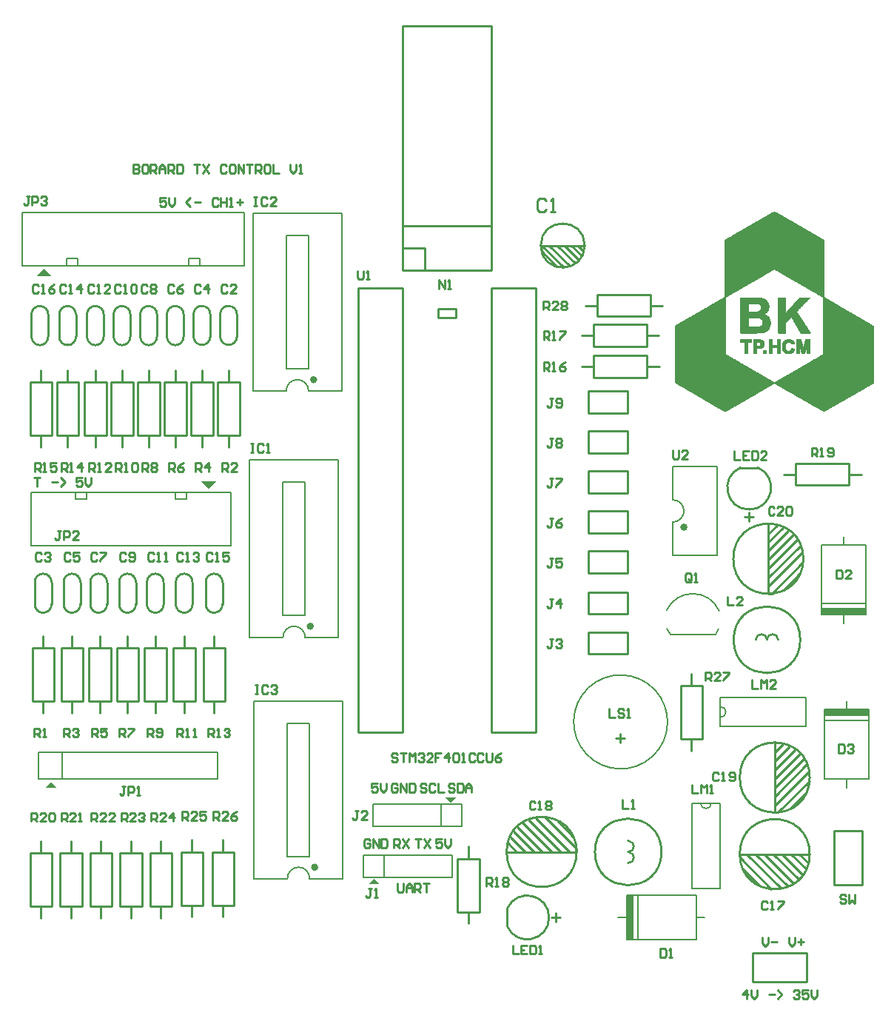
<source format=gto>
G04*
G04 #@! TF.GenerationSoftware,Altium Limited,Altium Designer,21.3.2 (30)*
G04*
G04 Layer_Color=65535*
%FSTAX24Y24*%
%MOIN*%
G70*
G04*
G04 #@! TF.SameCoordinates,1AC0675F-A7BC-4776-8E39-8DD75055E93B*
G04*
G04*
G04 #@! TF.FilePolarity,Positive*
G04*
G01*
G75*
%ADD10C,0.0100*%
%ADD11C,0.0080*%
%ADD12C,0.0070*%
%ADD13C,0.0079*%
%ADD14C,0.0150*%
%ADD15C,0.0010*%
%ADD16R,0.2000X0.0300*%
%ADD17R,0.0300X0.2000*%
G36*
X024299Y008129D02*
X024049Y007879D01*
X024549D01*
X024299Y008129D01*
D02*
G37*
G36*
X027749Y011549D02*
X027999Y011799D01*
X027499D01*
X027749Y011549D01*
D02*
G37*
G36*
X009739Y012489D02*
X009489Y012239D01*
X009989D01*
X009739Y012489D01*
D02*
G37*
G36*
X017194Y026034D02*
X016484D01*
X016834Y025684D01*
Y025674D01*
X017194Y026034D01*
D02*
G37*
G36*
X009084Y035244D02*
X009794D01*
X009444Y035594D01*
Y035604D01*
X009084Y035244D01*
D02*
G37*
D10*
X043625Y022539D02*
G03*
X043625Y022539I-001575J0D01*
G01*
X043489Y018889D02*
G03*
X043489Y018889I-0015J0D01*
G01*
X042489D02*
G03*
X041989Y018889I-00025J0D01*
G01*
D02*
G03*
X041489Y018889I-00025J0D01*
G01*
X043914Y012689D02*
G03*
X043914Y012689I-001575J0D01*
G01*
Y009239D02*
G03*
X043914Y009239I-001575J0D01*
G01*
X037239Y009339D02*
G03*
X037239Y009339I-0015J0D01*
G01*
X035739Y008839D02*
G03*
X035739Y009339I0J00025D01*
G01*
D02*
G03*
X035739Y009839I0J00025D01*
G01*
X030289Y005989D02*
G03*
X030289Y006789I0009J0004D01*
G01*
X033414Y009339D02*
G03*
X033414Y009339I-001575J0D01*
G01*
X016713Y020483D02*
G03*
X017465Y020489I000376J-000004D01*
G01*
X017465Y021485D02*
G03*
X016713Y021479I-000376J000004D01*
G01*
X015363Y020483D02*
G03*
X016115Y020489I000376J-000004D01*
G01*
X016115Y021485D02*
G03*
X015363Y021479I-000376J000004D01*
G01*
X012813Y020483D02*
G03*
X013565Y020489I000376J-000004D01*
G01*
X013565Y021485D02*
G03*
X012813Y021479I-000376J000004D01*
G01*
X010313Y020483D02*
G03*
X011065Y020489I000376J-000004D01*
G01*
X011065Y021485D02*
G03*
X010313Y021479I-000376J000004D01*
G01*
X011513Y020483D02*
G03*
X012265Y020489I000376J-000004D01*
G01*
X012265Y021485D02*
G03*
X011513Y021479I-000376J000004D01*
G01*
X014063Y020483D02*
G03*
X014815Y020489I000376J-000004D01*
G01*
X014815Y021485D02*
G03*
X014063Y021479I-000376J000004D01*
G01*
X033779Y036639D02*
G03*
X033779Y036639I-00099J0D01*
G01*
X040789Y026639D02*
G03*
X041589Y026639I0004J-0009D01*
G01*
X013763Y032533D02*
G03*
X014515Y032539I000376J-000004D01*
G01*
X014515Y033535D02*
G03*
X013763Y033529I-000376J000004D01*
G01*
X012563Y032533D02*
G03*
X013315Y032539I000376J-000004D01*
G01*
X013315Y033535D02*
G03*
X012563Y033529I-000376J000004D01*
G01*
X011363Y032533D02*
G03*
X012115Y032539I000376J-000004D01*
G01*
X012115Y033535D02*
G03*
X011363Y033529I-000376J000004D01*
G01*
X018115Y033545D02*
G03*
X017363Y033539I-000376J000004D01*
G01*
X017363Y032543D02*
G03*
X018115Y032549I000376J-000004D01*
G01*
X016915Y033545D02*
G03*
X016163Y033539I-000376J000004D01*
G01*
X016163Y032543D02*
G03*
X016915Y032549I000376J-000004D01*
G01*
X014963Y032533D02*
G03*
X015715Y032539I000376J-000004D01*
G01*
X015715Y033535D02*
G03*
X014963Y033529I-000376J000004D01*
G01*
X010113Y032533D02*
G03*
X010865Y032539I000376J-000004D01*
G01*
X010865Y033535D02*
G03*
X010113Y033529I-000376J000004D01*
G01*
X009013Y020483D02*
G03*
X009765Y020489I000376J-000004D01*
G01*
X009765Y021485D02*
G03*
X009013Y021479I-000376J000004D01*
G01*
X008863Y032533D02*
G03*
X009615Y032539I000376J-000004D01*
G01*
X009615Y033535D02*
G03*
X008863Y033529I-000376J000004D01*
G01*
X028047Y009039D02*
X029031D01*
Y006639D02*
Y009039D01*
X028047Y006639D02*
X029031D01*
X028047D02*
Y009039D01*
X028539Y006109D02*
Y006629D01*
Y009059D02*
Y009579D01*
X025574Y046535D02*
X029574D01*
Y037535D02*
Y046535D01*
X025574Y037535D02*
Y046535D01*
X026574Y035535D02*
Y036535D01*
X025574D02*
X026574D01*
X025574Y035535D02*
Y036535D01*
Y035535D02*
Y037535D01*
X029574D01*
Y035535D02*
Y037535D01*
X025574Y035535D02*
X029574D01*
X02718Y033385D02*
Y033779D01*
Y033385D02*
X027968D01*
Y033779D01*
X02718D02*
X027968D01*
X023574Y034724D02*
X025574D01*
Y014724D02*
Y034724D01*
X023574Y014724D02*
X025574D01*
X023574D02*
Y034724D01*
X029574D02*
X031574D01*
Y014724D02*
Y034724D01*
X029574Y014724D02*
X031574D01*
X029574D02*
Y034724D01*
X044995Y010307D02*
X046283D01*
X044995Y007862D02*
Y010307D01*
Y007862D02*
X046283D01*
Y010307D01*
X043773Y003495D02*
Y004783D01*
X041328D02*
X043773D01*
X041328Y003495D02*
Y004783D01*
Y003495D02*
X043773D01*
X045709Y026339D02*
X046229D01*
X042759D02*
X043279D01*
X043289Y026831D02*
X045689D01*
X043289Y025847D02*
Y026831D01*
Y025847D02*
X045689D01*
Y026831D01*
X04275Y021139D02*
X04346Y021849D01*
X04273Y021139D02*
X04275D01*
X0422Y020969D02*
X04362Y022389D01*
X04207Y020969D02*
X0422D01*
X04205Y021279D02*
X04358Y022809D01*
X04205Y021679D02*
X0435Y023129D01*
X04205Y022079D02*
X04336Y023389D01*
X04205Y021999D02*
Y022079D01*
Y022489D02*
X04318Y023619D01*
X04205Y022309D02*
Y022489D01*
Y022879D02*
X04296Y023789D01*
X04205Y022759D02*
Y022879D01*
Y023279D02*
X04271Y023939D01*
X04205Y023049D02*
Y023279D01*
Y023659D02*
X04243Y024039D01*
X04205Y023579D02*
Y023659D01*
Y020964D02*
Y024114D01*
X038589Y013899D02*
Y014419D01*
Y016849D02*
Y017369D01*
X039081Y014439D02*
Y016839D01*
X038097D02*
X039081D01*
X038097Y014439D02*
Y016839D01*
Y014439D02*
X039081D01*
X043039Y011289D02*
X043749Y011999D01*
X043019Y011289D02*
X043039D01*
X042489Y011119D02*
X043909Y012539D01*
X042359Y011119D02*
X042489D01*
X042339Y011429D02*
X043869Y012959D01*
X042339Y011829D02*
X043789Y013279D01*
X042339Y012229D02*
X043649Y013539D01*
X042339Y012149D02*
Y012229D01*
Y012639D02*
X043469Y013769D01*
X042339Y012459D02*
Y012639D01*
Y013029D02*
X043249Y013939D01*
X042339Y012909D02*
Y013029D01*
Y013429D02*
X042999Y014089D01*
X042339Y013199D02*
Y013429D01*
Y013809D02*
X042719Y014189D01*
X042339Y013729D02*
Y013809D01*
Y011114D02*
Y014264D01*
X040939Y008539D02*
X041649Y007829D01*
X040939Y008539D02*
Y008559D01*
X040769Y009089D02*
X042189Y007669D01*
X040769Y009089D02*
Y009219D01*
X041079Y009239D02*
X042609Y007709D01*
X041479Y009239D02*
X042929Y007789D01*
X041879Y009239D02*
X043189Y007929D01*
X041799Y009239D02*
X041879D01*
X042289D02*
X043419Y008109D01*
X042109Y009239D02*
X042289D01*
X042679D02*
X043589Y008329D01*
X042559Y009239D02*
X042679D01*
X043079D02*
X043739Y008579D01*
X042849Y009239D02*
X043079D01*
X043459D02*
X043839Y008859D01*
X043379Y009239D02*
X043459D01*
X040764D02*
X043914D01*
X030289Y005989D02*
Y006789D01*
X032289Y006389D02*
X032689D01*
X032489Y006189D02*
Y006589D01*
X032529Y010749D02*
X033239Y010039D01*
Y010019D02*
Y010039D01*
X031989Y010909D02*
X033409Y009489D01*
Y009359D02*
Y009489D01*
X031569Y010869D02*
X033099Y009339D01*
X031249Y010789D02*
X032699Y009339D01*
X030989Y010649D02*
X032299Y009339D01*
X032379D01*
X030759Y010469D02*
X031889Y009339D01*
X032069D01*
X030589Y010249D02*
X031499Y009339D01*
X031619D01*
X030439Y009999D02*
X031099Y009339D01*
X031329D01*
X030339Y009719D02*
X030719Y009339D01*
X030799D01*
X030264D02*
X033414D01*
X036609Y031189D02*
X037129D01*
X033659D02*
X034179D01*
X034189Y031681D02*
X036589D01*
X034189Y030697D02*
Y031681D01*
Y030697D02*
X036589D01*
Y031681D01*
X033649Y032589D02*
X034169D01*
X036599D02*
X037119D01*
X034189Y032097D02*
X036589D01*
Y033081D01*
X034189D02*
X036589D01*
X034189Y032097D02*
Y033081D01*
X033799Y033939D02*
X034319D01*
X036749D02*
X037269D01*
X034339Y033447D02*
X036739D01*
Y034431D01*
X034339D02*
X036739D01*
X034339Y033447D02*
Y034431D01*
X033953Y021897D02*
X035725D01*
X033953D02*
Y022881D01*
X035725D01*
Y021897D02*
Y022881D01*
X016709Y020489D02*
Y021489D01*
X017469Y020499D02*
Y021459D01*
X015359Y020489D02*
Y021489D01*
X016119Y020499D02*
Y021459D01*
X012809Y020489D02*
Y021489D01*
X013569Y020499D02*
Y021459D01*
X010309Y020489D02*
Y021489D01*
X011069Y020499D02*
Y021459D01*
X011509Y020489D02*
Y021489D01*
X012269Y020499D02*
Y021459D01*
X014059Y020489D02*
Y021489D01*
X014819Y020499D02*
Y021459D01*
X031809Y036639D02*
X033779D01*
X033309D02*
X033469D01*
X033309D02*
X033479D01*
X033719Y036399D01*
X033169Y036639D02*
X033179D01*
X033639Y036179D01*
X032869Y036639D02*
X033519Y035989D01*
X032499Y036639D02*
X032539D01*
X033329Y035849D01*
X032179Y036639D02*
X032189D01*
X033119Y035709D01*
X031859Y036639D02*
X032849Y035649D01*
X031829Y036379D02*
Y036459D01*
Y036379D02*
X032509Y035699D01*
X011939Y015599D02*
Y016119D01*
Y018549D02*
Y019069D01*
X012431Y016139D02*
Y018539D01*
X011447D02*
X012431D01*
X011447Y016139D02*
Y018539D01*
Y016139D02*
X012431D01*
X014439Y015599D02*
Y016119D01*
Y018549D02*
Y019069D01*
X014931Y016139D02*
Y018539D01*
X013947D02*
X014931D01*
X013947Y016139D02*
Y018539D01*
Y016139D02*
X014931D01*
X013189Y015599D02*
Y016119D01*
Y018549D02*
Y019069D01*
X013681Y016139D02*
Y018539D01*
X012697D02*
X013681D01*
X012697Y016139D02*
Y018539D01*
Y016139D02*
X013681D01*
X033953Y025497D02*
X035725D01*
X033953D02*
Y026481D01*
X035725D01*
Y025497D02*
Y026481D01*
X033953Y029097D02*
X035725D01*
X033953D02*
Y030081D01*
X035725D01*
Y029097D02*
Y030081D01*
X033953Y027297D02*
X035725D01*
X033953D02*
Y028281D01*
X035725D01*
Y027297D02*
Y028281D01*
X040789Y026639D02*
X041589D01*
X041189Y024239D02*
Y024639D01*
X040989Y024439D02*
X041389D01*
X013759Y032539D02*
Y033539D01*
X014519Y032549D02*
Y033509D01*
X010489Y030509D02*
Y031029D01*
Y027559D02*
Y028079D01*
X009997Y028089D02*
Y030489D01*
Y028089D02*
X010981D01*
Y030489D01*
X009997D02*
X010981D01*
X012939Y030509D02*
Y031029D01*
Y027559D02*
Y028079D01*
X012447Y028089D02*
Y030489D01*
Y028089D02*
X013431D01*
Y030489D01*
X012447D02*
X013431D01*
X011739Y030509D02*
Y031029D01*
Y027559D02*
Y028079D01*
X011247Y028089D02*
Y030489D01*
Y028089D02*
X012231D01*
Y030489D01*
X011247D02*
X012231D01*
X012559Y032539D02*
Y033539D01*
X013319Y032549D02*
Y033509D01*
X011359Y032539D02*
Y033539D01*
X012119Y032549D02*
Y033509D01*
X014139Y030509D02*
Y031029D01*
Y027559D02*
Y028079D01*
X013647Y028089D02*
Y030489D01*
Y028089D02*
X014631D01*
Y030489D01*
X013647D02*
X014631D01*
X033953Y023697D02*
X035725D01*
X033953D02*
Y024681D01*
X035725D01*
Y023697D02*
Y024681D01*
X016539Y030509D02*
Y031029D01*
Y027559D02*
Y028079D01*
X016047Y028089D02*
Y030489D01*
Y028089D02*
X017031D01*
Y030489D01*
X016047D02*
X017031D01*
X015339Y030509D02*
Y031029D01*
Y027559D02*
Y028079D01*
X014847Y028089D02*
Y030489D01*
Y028089D02*
X015831D01*
Y030489D01*
X014847D02*
X015831D01*
X017739Y027549D02*
Y028069D01*
Y030499D02*
Y031019D01*
X018231Y028089D02*
Y030489D01*
X017247D02*
X018231D01*
X017247Y028089D02*
Y030489D01*
Y028089D02*
X018231D01*
X010689Y015599D02*
Y016119D01*
Y018549D02*
Y019069D01*
X011181Y016139D02*
Y018539D01*
X010197D02*
X011181D01*
X010197Y016139D02*
Y018539D01*
Y016139D02*
X011181D01*
X015739Y015599D02*
Y016119D01*
Y018549D02*
Y019069D01*
X016231Y016139D02*
Y018539D01*
X015247D02*
X016231D01*
X015247Y016139D02*
Y018539D01*
Y016139D02*
X016231D01*
X017089Y015599D02*
Y016119D01*
Y018549D02*
Y019069D01*
X017581Y016139D02*
Y018539D01*
X016597D02*
X017581D01*
X016597Y016139D02*
Y018539D01*
Y016139D02*
X017581D01*
X018119Y032539D02*
Y033539D01*
X017359Y032569D02*
Y033529D01*
X016919Y032539D02*
Y033539D01*
X016159Y032569D02*
Y033529D01*
X014959Y032539D02*
Y033539D01*
X015719Y032549D02*
Y033509D01*
X033953Y020047D02*
X035725D01*
X033953D02*
Y021031D01*
X035725D01*
Y020047D02*
Y021031D01*
X010109Y032539D02*
Y033539D01*
X010869Y032549D02*
Y033509D01*
X009009Y020489D02*
Y021489D01*
X009769Y020499D02*
Y021459D01*
X008859Y032539D02*
Y033539D01*
X009619Y032549D02*
Y033509D01*
X009289Y030509D02*
Y031029D01*
Y027559D02*
Y028079D01*
X008797Y028089D02*
Y030489D01*
Y028089D02*
X009781D01*
Y030489D01*
X008797D02*
X009781D01*
X009289Y009309D02*
Y009829D01*
Y006359D02*
Y006879D01*
X008797Y006889D02*
Y009289D01*
Y006889D02*
X009781D01*
Y009289D01*
X008797D02*
X009781D01*
X014689Y009309D02*
Y009829D01*
Y006359D02*
Y006879D01*
X014197Y006889D02*
Y009289D01*
Y006889D02*
X015181D01*
Y009289D01*
X014197D02*
X015181D01*
X010639Y009309D02*
Y009829D01*
Y006359D02*
Y006879D01*
X010147Y006889D02*
Y009289D01*
Y006889D02*
X011131D01*
Y009289D01*
X010147D02*
X011131D01*
X011989Y009309D02*
Y009829D01*
Y006359D02*
Y006879D01*
X011497Y006889D02*
Y009289D01*
Y006889D02*
X012481D01*
Y009289D01*
X011497D02*
X012481D01*
X013339Y009309D02*
Y009829D01*
Y006359D02*
Y006879D01*
X012847Y006889D02*
Y009289D01*
Y006889D02*
X013831D01*
Y009289D01*
X012847D02*
X013831D01*
X016089Y009359D02*
Y009879D01*
Y006409D02*
Y006929D01*
X015597Y006939D02*
Y009339D01*
Y006939D02*
X016581D01*
Y009339D01*
X015597D02*
X016581D01*
X017489Y009359D02*
Y009879D01*
Y006409D02*
Y006929D01*
X016997Y006939D02*
Y009339D01*
Y006939D02*
X017981D01*
Y009339D01*
X016997D02*
X017981D01*
X009389Y015599D02*
Y016119D01*
Y018549D02*
Y019069D01*
X009881Y016139D02*
Y018539D01*
X008897D02*
X009881D01*
X008897Y016139D02*
Y018539D01*
Y016139D02*
X009881D01*
X033953Y018247D02*
X035725D01*
X033953D02*
Y019231D01*
X035725D01*
Y018247D02*
Y019231D01*
X008984Y026178D02*
X009247D01*
X009116D01*
Y025784D01*
X009772Y025981D02*
X010034D01*
X010165Y025784D02*
X010362Y025981D01*
X010165Y026178D01*
X011149D02*
X010887D01*
Y025981D01*
X011018Y026047D01*
X011084D01*
X011149Y025981D01*
Y02585D01*
X011084Y025784D01*
X010952D01*
X010887Y02585D01*
X01128Y026178D02*
Y025916D01*
X011412Y025784D01*
X011543Y025916D01*
Y026178D01*
X014901Y038783D02*
X014639D01*
Y038586D01*
X01477Y038651D01*
X014836D01*
X014901Y038586D01*
Y038455D01*
X014836Y038389D01*
X014705D01*
X014639Y038455D01*
X015033Y038783D02*
Y03852D01*
X015164Y038389D01*
X015295Y03852D01*
Y038783D01*
X016016Y038389D02*
X01582Y038586D01*
X016016Y038783D01*
X016213Y038586D02*
X016476D01*
X017263Y038717D02*
X017197Y038783D01*
X017066D01*
X017Y038717D01*
Y038455D01*
X017066Y038389D01*
X017197D01*
X017263Y038455D01*
X017394Y038783D02*
Y038389D01*
Y038586D01*
X017656D01*
Y038783D01*
Y038389D01*
X017788D02*
X017919D01*
X017853D01*
Y038783D01*
X017788Y038717D01*
X018116Y038586D02*
X018378D01*
X018247Y038717D02*
Y038455D01*
X024101Y009867D02*
X024036Y009933D01*
X023905D01*
X023839Y009867D01*
Y009605D01*
X023905Y009539D01*
X024036D01*
X024101Y009605D01*
Y009736D01*
X02397D01*
X024233Y009539D02*
Y009933D01*
X024495Y009539D01*
Y009933D01*
X024626D02*
Y009539D01*
X024823D01*
X024889Y009605D01*
Y009867D01*
X024823Y009933D01*
X024626D01*
X025189Y009539D02*
Y009933D01*
X025386D01*
X025451Y009867D01*
Y009736D01*
X025386Y00967D01*
X025189D01*
X02532D02*
X025451Y009539D01*
X025583Y009933D02*
X025845Y009539D01*
Y009933D02*
X025583Y009539D01*
X026139Y009933D02*
X026401D01*
X02627D01*
Y009539D01*
X026533Y009933D02*
X026795Y009539D01*
Y009933D02*
X026533Y009539D01*
X027351Y009933D02*
X027089D01*
Y009736D01*
X02722Y009801D01*
X027286D01*
X027351Y009736D01*
Y009605D01*
X027286Y009539D01*
X027155D01*
X027089Y009605D01*
X027483Y009933D02*
Y00967D01*
X027614Y009539D01*
X027745Y00967D01*
Y009933D01*
X024189Y007686D02*
X024058D01*
X024123D01*
Y007358D01*
X024058Y007292D01*
X023992D01*
X023927Y007358D01*
X02432Y007292D02*
X024451D01*
X024386D01*
Y007686D01*
X02432Y00762D01*
X027901Y012367D02*
X027836Y012433D01*
X027705D01*
X027639Y012367D01*
Y012301D01*
X027705Y012236D01*
X027836D01*
X027901Y01217D01*
Y012105D01*
X027836Y012039D01*
X027705D01*
X027639Y012105D01*
X028033Y012433D02*
Y012039D01*
X028229D01*
X028295Y012105D01*
Y012367D01*
X028229Y012433D01*
X028033D01*
X028426Y012039D02*
Y012301D01*
X028557Y012433D01*
X028689Y012301D01*
Y012039D01*
Y012236D01*
X028426D01*
X026651Y012367D02*
X026586Y012433D01*
X026455D01*
X026389Y012367D01*
Y012301D01*
X026455Y012236D01*
X026586D01*
X026651Y01217D01*
Y012105D01*
X026586Y012039D01*
X026455D01*
X026389Y012105D01*
X027045Y012367D02*
X026979Y012433D01*
X026848D01*
X026783Y012367D01*
Y012105D01*
X026848Y012039D01*
X026979D01*
X027045Y012105D01*
X027176Y012433D02*
Y012039D01*
X027439D01*
X025351Y012367D02*
X025286Y012433D01*
X025155D01*
X025089Y012367D01*
Y012105D01*
X025155Y012039D01*
X025286D01*
X025351Y012105D01*
Y012236D01*
X02522D01*
X025483Y012039D02*
Y012433D01*
X025745Y012039D01*
Y012433D01*
X025876D02*
Y012039D01*
X026073D01*
X026139Y012105D01*
Y012367D01*
X026073Y012433D01*
X025876D01*
X024451D02*
X024189D01*
Y012236D01*
X02432Y012301D01*
X024386D01*
X024451Y012236D01*
Y012105D01*
X024386Y012039D01*
X024255D01*
X024189Y012105D01*
X024583Y012433D02*
Y01217D01*
X024714Y012039D01*
X024845Y01217D01*
Y012433D01*
X023573Y011186D02*
X023442D01*
X023508D01*
Y010858D01*
X023442Y010792D01*
X023377D01*
X023311Y010858D01*
X023967Y010792D02*
X023705D01*
X023967Y011055D01*
Y01112D01*
X023901Y011186D01*
X02377D01*
X023705Y01112D01*
X025339Y007933D02*
Y007605D01*
X025405Y007539D01*
X025536D01*
X025601Y007605D01*
Y007933D01*
X025733Y007539D02*
Y007801D01*
X025864Y007933D01*
X025995Y007801D01*
Y007539D01*
Y007736D01*
X025733D01*
X026126Y007539D02*
Y007933D01*
X026323D01*
X026389Y007867D01*
Y007736D01*
X026323Y00767D01*
X026126D01*
X026257D02*
X026389Y007539D01*
X02652Y007933D02*
X026782D01*
X026651D01*
Y007539D01*
X029347Y007792D02*
Y008186D01*
X029544D01*
X029609Y00812D01*
Y007989D01*
X029544Y007923D01*
X029347D01*
X029478D02*
X029609Y007792D01*
X029741D02*
X029872D01*
X029806D01*
Y008186D01*
X029741Y00812D01*
X030069D02*
X030134Y008186D01*
X030265D01*
X030331Y00812D01*
Y008055D01*
X030265Y007989D01*
X030331Y007923D01*
Y007858D01*
X030265Y007792D01*
X030134D01*
X030069Y007858D01*
Y007923D01*
X030134Y007989D01*
X030069Y008055D01*
Y00812D01*
X030134Y007989D02*
X030265D01*
X027227Y034692D02*
Y035086D01*
X027489Y034692D01*
Y035086D01*
X02762Y034692D02*
X027751D01*
X027686D01*
Y035086D01*
X02762Y03502D01*
X013439Y040283D02*
Y039889D01*
X013636D01*
X013701Y039955D01*
Y04002D01*
X013636Y040086D01*
X013439D01*
X013636D01*
X013701Y040151D01*
Y040217D01*
X013636Y040283D01*
X013439D01*
X014029D02*
X013898D01*
X013833Y040217D01*
Y039955D01*
X013898Y039889D01*
X014029D01*
X014095Y039955D01*
Y040217D01*
X014029Y040283D01*
X014226Y039889D02*
Y040283D01*
X014423D01*
X014489Y040217D01*
Y040086D01*
X014423Y04002D01*
X014226D01*
X014357D02*
X014489Y039889D01*
X01462D02*
Y040151D01*
X014751Y040283D01*
X014882Y040151D01*
Y039889D01*
Y040086D01*
X01462D01*
X015013Y039889D02*
Y040283D01*
X01521D01*
X015276Y040217D01*
Y040086D01*
X01521Y04002D01*
X015013D01*
X015144D02*
X015276Y039889D01*
X015407Y040283D02*
Y039889D01*
X015604D01*
X015669Y039955D01*
Y040217D01*
X015604Y040283D01*
X015407D01*
X016194D02*
X016456D01*
X016325D01*
Y039889D01*
X016588Y040283D02*
X01685Y039889D01*
Y040283D02*
X016588Y039889D01*
X017637Y040217D02*
X017572Y040283D01*
X01744D01*
X017375Y040217D01*
Y039955D01*
X01744Y039889D01*
X017572D01*
X017637Y039955D01*
X017965Y040283D02*
X017834D01*
X017768Y040217D01*
Y039955D01*
X017834Y039889D01*
X017965D01*
X018031Y039955D01*
Y040217D01*
X017965Y040283D01*
X018162Y039889D02*
Y040283D01*
X018424Y039889D01*
Y040283D01*
X018555D02*
X018818D01*
X018687D01*
Y039889D01*
X018949D02*
Y040283D01*
X019146D01*
X019211Y040217D01*
Y040086D01*
X019146Y04002D01*
X018949D01*
X01908D02*
X019211Y039889D01*
X019539Y040283D02*
X019408D01*
X019343Y040217D01*
Y039955D01*
X019408Y039889D01*
X019539D01*
X019605Y039955D01*
Y040217D01*
X019539Y040283D01*
X019736D02*
Y039889D01*
X019999D01*
X020523Y040283D02*
Y04002D01*
X020654Y039889D01*
X020786Y04002D01*
Y040283D01*
X020917Y039889D02*
X021048D01*
X020982D01*
Y040283D01*
X020917Y040217D01*
X025351Y013717D02*
X025286Y013783D01*
X025155D01*
X025089Y013717D01*
Y013651D01*
X025155Y013586D01*
X025286D01*
X025351Y01352D01*
Y013455D01*
X025286Y013389D01*
X025155D01*
X025089Y013455D01*
X025483Y013783D02*
X025745D01*
X025614D01*
Y013389D01*
X025876D02*
Y013783D01*
X026007Y013651D01*
X026139Y013783D01*
Y013389D01*
X02627Y013717D02*
X026335Y013783D01*
X026466D01*
X026532Y013717D01*
Y013651D01*
X026466Y013586D01*
X026401D01*
X026466D01*
X026532Y01352D01*
Y013455D01*
X026466Y013389D01*
X026335D01*
X02627Y013455D01*
X026926Y013389D02*
X026663D01*
X026926Y013651D01*
Y013717D01*
X02686Y013783D01*
X026729D01*
X026663Y013717D01*
X027319Y013783D02*
X027057D01*
Y013586D01*
X027188D01*
X027057D01*
Y013389D01*
X027647D02*
Y013783D01*
X02745Y013586D01*
X027713D01*
X027844Y013717D02*
X02791Y013783D01*
X028041D01*
X028106Y013717D01*
Y013455D01*
X028041Y013389D01*
X02791D01*
X027844Y013455D01*
Y013717D01*
X028238Y013389D02*
X028369D01*
X028303D01*
Y013783D01*
X028238Y013717D01*
X028828D02*
X028762Y013783D01*
X028631D01*
X028566Y013717D01*
Y013455D01*
X028631Y013389D01*
X028762D01*
X028828Y013455D01*
X029222Y013717D02*
X029156Y013783D01*
X029025D01*
X028959Y013717D01*
Y013455D01*
X029025Y013389D01*
X029156D01*
X029222Y013455D01*
X029353Y013783D02*
Y013455D01*
X029418Y013389D01*
X029549D01*
X029615Y013455D01*
Y013783D01*
X030009D02*
X029877Y013717D01*
X029746Y013586D01*
Y013455D01*
X029812Y013389D01*
X029943D01*
X030009Y013455D01*
Y01352D01*
X029943Y013586D01*
X029746D01*
X045551Y007367D02*
X045486Y007433D01*
X045355D01*
X045289Y007367D01*
Y007301D01*
X045355Y007236D01*
X045486D01*
X045551Y00717D01*
Y007105D01*
X045486Y007039D01*
X045355D01*
X045289Y007105D01*
X045683Y007433D02*
Y007039D01*
X045814Y00717D01*
X045945Y007039D01*
Y007433D01*
X042989Y005483D02*
Y00522D01*
X04312Y005089D01*
X043251Y00522D01*
Y005483D01*
X043383Y005286D02*
X043645D01*
X043514Y005417D02*
Y005155D01*
X041789Y005483D02*
Y00522D01*
X04192Y005089D01*
X042051Y00522D01*
Y005483D01*
X042183Y005286D02*
X042445D01*
X041086Y002739D02*
Y003133D01*
X040889Y002936D01*
X041151D01*
X041283Y003133D02*
Y00287D01*
X041414Y002739D01*
X041545Y00287D01*
Y003133D01*
X04207Y002936D02*
X042332D01*
X042463Y002739D02*
X04266Y002936D01*
X042463Y003133D01*
X043185Y003067D02*
X04325Y003133D01*
X043382D01*
X043447Y003067D01*
Y003001D01*
X043382Y002936D01*
X043316D01*
X043382D01*
X043447Y00287D01*
Y002805D01*
X043382Y002739D01*
X04325D01*
X043185Y002805D01*
X043841Y003133D02*
X043578D01*
Y002936D01*
X04371Y003001D01*
X043775D01*
X043841Y002936D01*
Y002805D01*
X043775Y002739D01*
X043644D01*
X043578Y002805D01*
X043972Y003133D02*
Y00287D01*
X044103Y002739D01*
X044234Y00287D01*
Y003133D01*
X035374Y014244D02*
Y014644D01*
X035174Y014444D02*
X035574D01*
X039214Y017042D02*
Y017436D01*
X039411D01*
X039477Y01737D01*
Y017239D01*
X039411Y017173D01*
X039214D01*
X039345D02*
X039477Y017042D01*
X03987D02*
X039608D01*
X03987Y017305D01*
Y01737D01*
X039805Y017436D01*
X039673D01*
X039608Y01737D01*
X040001Y017436D02*
X040264D01*
Y01737D01*
X040001Y017108D01*
Y017042D01*
X03775Y027414D02*
Y027086D01*
X037816Y02702D01*
X037947D01*
X038012Y027086D01*
Y027414D01*
X038406Y02702D02*
X038144D01*
X038406Y027282D01*
Y027348D01*
X03834Y027414D01*
X038209D01*
X038144Y027348D01*
X031914Y033742D02*
Y034136D01*
X032111D01*
X032177Y03407D01*
Y033939D01*
X032111Y033873D01*
X031914D01*
X032045D02*
X032177Y033742D01*
X03257D02*
X032308D01*
X03257Y034005D01*
Y03407D01*
X032505Y034136D01*
X032373D01*
X032308Y03407D01*
X032701D02*
X032767Y034136D01*
X032898D01*
X032964Y03407D01*
Y034005D01*
X032898Y033939D01*
X032964Y033873D01*
Y033808D01*
X032898Y033742D01*
X032767D01*
X032701Y033808D01*
Y033873D01*
X032767Y033939D01*
X032701Y034005D01*
Y03407D01*
X032767Y033939D02*
X032898D01*
X038589Y021558D02*
Y02182D01*
X038523Y021886D01*
X038392D01*
X038327Y02182D01*
Y021558D01*
X038392Y021492D01*
X038523D01*
X038458Y021623D02*
X038589Y021492D01*
X038523D02*
X038589Y021558D01*
X03872Y021492D02*
X038851D01*
X038786D01*
Y021886D01*
X03872Y02182D01*
X03488Y015786D02*
Y015392D01*
X035142D01*
X035536Y01572D02*
X03547Y015786D01*
X035339D01*
X035273Y01572D01*
Y015655D01*
X035339Y015589D01*
X03547D01*
X035536Y015523D01*
Y015458D01*
X03547Y015392D01*
X035339D01*
X035273Y015458D01*
X035667Y015392D02*
X035798D01*
X035733D01*
Y015786D01*
X035667Y01572D01*
X02356Y035504D02*
Y035176D01*
X023626Y03511D01*
X023757D01*
X023822Y035176D01*
Y035504D01*
X023954Y03511D02*
X024085D01*
X024019D01*
Y035504D01*
X023954Y035438D01*
X01705Y01076D02*
Y011154D01*
X017247D01*
X017312Y011088D01*
Y010957D01*
X017247Y010891D01*
X01705D01*
X017181D02*
X017312Y01076D01*
X017706D02*
X017444D01*
X017706Y011022D01*
Y011088D01*
X01764Y011154D01*
X017509D01*
X017444Y011088D01*
X0181Y011154D02*
X017968Y011088D01*
X017837Y010957D01*
Y010826D01*
X017903Y01076D01*
X018034D01*
X0181Y010826D01*
Y010891D01*
X018034Y010957D01*
X017837D01*
X01565Y01076D02*
Y011154D01*
X015847D01*
X015912Y011088D01*
Y010957D01*
X015847Y010891D01*
X01565D01*
X015781D02*
X015912Y01076D01*
X016306D02*
X016044D01*
X016306Y011022D01*
Y011088D01*
X01624Y011154D01*
X016109D01*
X016044Y011088D01*
X0167Y011154D02*
X016437D01*
Y010957D01*
X016568Y011022D01*
X016634D01*
X0167Y010957D01*
Y010826D01*
X016634Y01076D01*
X016503D01*
X016437Y010826D01*
X01425Y01071D02*
Y011104D01*
X014447D01*
X014512Y011038D01*
Y010907D01*
X014447Y010841D01*
X01425D01*
X014381D02*
X014512Y01071D01*
X014906D02*
X014644D01*
X014906Y010972D01*
Y011038D01*
X01484Y011104D01*
X014709D01*
X014644Y011038D01*
X015234Y01071D02*
Y011104D01*
X015037Y010907D01*
X0153D01*
X0129Y01071D02*
Y011104D01*
X013097D01*
X013162Y011038D01*
Y010907D01*
X013097Y010841D01*
X0129D01*
X013031D02*
X013162Y01071D01*
X013556D02*
X013294D01*
X013556Y010972D01*
Y011038D01*
X01349Y011104D01*
X013359D01*
X013294Y011038D01*
X013687D02*
X013753Y011104D01*
X013884D01*
X01395Y011038D01*
Y010972D01*
X013884Y010907D01*
X013818D01*
X013884D01*
X01395Y010841D01*
Y010776D01*
X013884Y01071D01*
X013753D01*
X013687Y010776D01*
X01155Y01071D02*
Y011104D01*
X011747D01*
X011812Y011038D01*
Y010907D01*
X011747Y010841D01*
X01155D01*
X011681D02*
X011812Y01071D01*
X012206D02*
X011944D01*
X012206Y010972D01*
Y011038D01*
X01214Y011104D01*
X012009D01*
X011944Y011038D01*
X0126Y01071D02*
X012337D01*
X0126Y010972D01*
Y011038D01*
X012534Y011104D01*
X012403D01*
X012337Y011038D01*
X0102Y01071D02*
Y011104D01*
X010397D01*
X010462Y011038D01*
Y010907D01*
X010397Y010841D01*
X0102D01*
X010331D02*
X010462Y01071D01*
X010856D02*
X010594D01*
X010856Y010972D01*
Y011038D01*
X01079Y011104D01*
X010659D01*
X010594Y011038D01*
X010987Y01071D02*
X011118D01*
X011053D01*
Y011104D01*
X010987Y011038D01*
X00885Y01071D02*
Y011104D01*
X009047D01*
X009112Y011038D01*
Y010907D01*
X009047Y010841D01*
X00885D01*
X008981D02*
X009112Y01071D01*
X009506D02*
X009244D01*
X009506Y010972D01*
Y011038D01*
X00944Y011104D01*
X009309D01*
X009244Y011038D01*
X009637D02*
X009703Y011104D01*
X009834D01*
X0099Y011038D01*
Y010776D01*
X009834Y01071D01*
X009703D01*
X009637Y010776D01*
Y011038D01*
X043997Y027142D02*
Y027536D01*
X044194D01*
X044259Y02747D01*
Y027339D01*
X044194Y027273D01*
X043997D01*
X044128D02*
X044259Y027142D01*
X044391D02*
X044522D01*
X044456D01*
Y027536D01*
X044391Y02747D01*
X044719Y027208D02*
X044784Y027142D01*
X044915D01*
X044981Y027208D01*
Y02747D01*
X044915Y027536D01*
X044784D01*
X044719Y02747D01*
Y027405D01*
X044784Y027339D01*
X044981D01*
X031928Y032383D02*
Y032777D01*
X032125D01*
X03219Y032711D01*
Y03258D01*
X032125Y032514D01*
X031928D01*
X032059D02*
X03219Y032383D01*
X032321D02*
X032453D01*
X032387D01*
Y032777D01*
X032321Y032711D01*
X032649Y032777D02*
X032912D01*
Y032711D01*
X032649Y032449D01*
Y032383D01*
X031928Y030983D02*
Y031377D01*
X032125D01*
X03219Y031311D01*
Y03118D01*
X032125Y031114D01*
X031928D01*
X032059D02*
X03219Y030983D01*
X032321D02*
X032453D01*
X032387D01*
Y031377D01*
X032321Y031311D01*
X032912Y031377D02*
X032781Y031311D01*
X032649Y03118D01*
Y031049D01*
X032715Y030983D01*
X032846D01*
X032912Y031049D01*
Y031114D01*
X032846Y03118D01*
X032649D01*
X009Y02646D02*
Y026854D01*
X009197D01*
X009262Y026788D01*
Y026657D01*
X009197Y026591D01*
X009D01*
X009131D02*
X009262Y02646D01*
X009394D02*
X009525D01*
X009459D01*
Y026854D01*
X009394Y026788D01*
X009984Y026854D02*
X009722D01*
Y026657D01*
X009853Y026722D01*
X009918D01*
X009984Y026657D01*
Y026526D01*
X009918Y02646D01*
X009787D01*
X009722Y026526D01*
X0102Y02646D02*
Y026854D01*
X010397D01*
X010462Y026788D01*
Y026657D01*
X010397Y026591D01*
X0102D01*
X010331D02*
X010462Y02646D01*
X010594D02*
X010725D01*
X010659D01*
Y026854D01*
X010594Y026788D01*
X011118Y02646D02*
Y026854D01*
X010922Y026657D01*
X011184D01*
X016808Y014513D02*
Y014907D01*
X017005D01*
X01707Y014841D01*
Y01471D01*
X017005Y014644D01*
X016808D01*
X016939D02*
X01707Y014513D01*
X017201D02*
X017333D01*
X017267D01*
Y014907D01*
X017201Y014841D01*
X017529D02*
X017595Y014907D01*
X017726D01*
X017792Y014841D01*
Y014776D01*
X017726Y01471D01*
X017661D01*
X017726D01*
X017792Y014644D01*
Y014579D01*
X017726Y014513D01*
X017595D01*
X017529Y014579D01*
X01145Y02646D02*
Y026854D01*
X011647D01*
X011712Y026788D01*
Y026657D01*
X011647Y026591D01*
X01145D01*
X011581D02*
X011712Y02646D01*
X011844D02*
X011975D01*
X011909D01*
Y026854D01*
X011844Y026788D01*
X012434Y02646D02*
X012172D01*
X012434Y026722D01*
Y026788D01*
X012368Y026854D01*
X012237D01*
X012172Y026788D01*
X015423Y014513D02*
Y014907D01*
X01562D01*
X015686Y014841D01*
Y01471D01*
X01562Y014644D01*
X015423D01*
X015555D02*
X015686Y014513D01*
X015817D02*
X015948D01*
X015883D01*
Y014907D01*
X015817Y014841D01*
X016145Y014513D02*
X016276D01*
X016211D01*
Y014907D01*
X016145Y014841D01*
X01265Y02646D02*
Y026854D01*
X012847D01*
X012912Y026788D01*
Y026657D01*
X012847Y026591D01*
X01265D01*
X012781D02*
X012912Y02646D01*
X013044D02*
X013175D01*
X013109D01*
Y026854D01*
X013044Y026788D01*
X013372D02*
X013437Y026854D01*
X013568D01*
X013634Y026788D01*
Y026526D01*
X013568Y02646D01*
X013437D01*
X013372Y026526D01*
Y026788D01*
X014072Y014513D02*
Y014907D01*
X014269D01*
X014334Y014841D01*
Y01471D01*
X014269Y014644D01*
X014072D01*
X014203D02*
X014334Y014513D01*
X014465Y014579D02*
X014531Y014513D01*
X014662D01*
X014728Y014579D01*
Y014841D01*
X014662Y014907D01*
X014531D01*
X014465Y014841D01*
Y014776D01*
X014531Y01471D01*
X014728D01*
X01385Y02646D02*
Y026854D01*
X014047D01*
X014112Y026788D01*
Y026657D01*
X014047Y026591D01*
X01385D01*
X013981D02*
X014112Y02646D01*
X014244Y026788D02*
X014309Y026854D01*
X01444D01*
X014506Y026788D01*
Y026722D01*
X01444Y026657D01*
X014506Y026591D01*
Y026526D01*
X01444Y02646D01*
X014309D01*
X014244Y026526D01*
Y026591D01*
X014309Y026657D01*
X014244Y026722D01*
Y026788D01*
X014309Y026657D02*
X01444D01*
X012822Y014513D02*
Y014907D01*
X013019D01*
X013084Y014841D01*
Y01471D01*
X013019Y014644D01*
X012822D01*
X012953D02*
X013084Y014513D01*
X013215Y014907D02*
X013478D01*
Y014841D01*
X013215Y014579D01*
Y014513D01*
X01505Y02646D02*
Y026854D01*
X015247D01*
X015312Y026788D01*
Y026657D01*
X015247Y026591D01*
X01505D01*
X015181D02*
X015312Y02646D01*
X015706Y026854D02*
X015575Y026788D01*
X015444Y026657D01*
Y026526D01*
X015509Y02646D01*
X01564D01*
X015706Y026526D01*
Y026591D01*
X01564Y026657D01*
X015444D01*
X011572Y014513D02*
Y014907D01*
X011769D01*
X011834Y014841D01*
Y01471D01*
X011769Y014644D01*
X011572D01*
X011703D02*
X011834Y014513D01*
X012228Y014907D02*
X011965D01*
Y01471D01*
X012097Y014776D01*
X012162D01*
X012228Y01471D01*
Y014579D01*
X012162Y014513D01*
X012031D01*
X011965Y014579D01*
X01625Y02646D02*
Y026854D01*
X016447D01*
X016512Y026788D01*
Y026657D01*
X016447Y026591D01*
X01625D01*
X016381D02*
X016512Y02646D01*
X01684D02*
Y026854D01*
X016644Y026657D01*
X016906D01*
X010322Y014513D02*
Y014907D01*
X010519D01*
X010584Y014841D01*
Y01471D01*
X010519Y014644D01*
X010322D01*
X010453D02*
X010584Y014513D01*
X010715Y014841D02*
X010781Y014907D01*
X010912D01*
X010978Y014841D01*
Y014776D01*
X010912Y01471D01*
X010847D01*
X010912D01*
X010978Y014644D01*
Y014579D01*
X010912Y014513D01*
X010781D01*
X010715Y014579D01*
X01745Y02646D02*
Y026854D01*
X017647D01*
X017712Y026788D01*
Y026657D01*
X017647Y026591D01*
X01745D01*
X017581D02*
X017712Y02646D01*
X018106D02*
X017844D01*
X018106Y026722D01*
Y026788D01*
X01804Y026854D01*
X017909D01*
X017844Y026788D01*
X008987Y014513D02*
Y014907D01*
X009184D01*
X00925Y014841D01*
Y01471D01*
X009184Y014644D01*
X008987D01*
X009119D02*
X00925Y014513D01*
X009381D02*
X009512D01*
X009447D01*
Y014907D01*
X009381Y014841D01*
X041314Y017086D02*
Y016692D01*
X041577D01*
X041708D02*
Y017086D01*
X041839Y016955D01*
X04197Y017086D01*
Y016692D01*
X042364D02*
X042101D01*
X042364Y016955D01*
Y01702D01*
X042298Y017086D01*
X042167D01*
X042101Y01702D01*
X03861Y012374D02*
Y01198D01*
X038872D01*
X039004D02*
Y012374D01*
X039135Y012242D01*
X039266Y012374D01*
Y01198D01*
X039397D02*
X039528D01*
X039463D01*
Y012374D01*
X039397Y012308D01*
X040517Y027386D02*
Y026992D01*
X04078D01*
X041173Y027386D02*
X040911D01*
Y026992D01*
X041173D01*
X040911Y027189D02*
X041042D01*
X041305Y027386D02*
Y026992D01*
X041501D01*
X041567Y027058D01*
Y02732D01*
X041501Y027386D01*
X041305D01*
X041961Y026992D02*
X041698D01*
X041961Y027255D01*
Y02732D01*
X041895Y027386D01*
X041764D01*
X041698Y02732D01*
X030533Y005136D02*
Y004742D01*
X030795D01*
X031189Y005136D02*
X030927D01*
Y004742D01*
X031189D01*
X030927Y004939D02*
X031058D01*
X03132Y005136D02*
Y004742D01*
X031517D01*
X031583Y004808D01*
Y00507D01*
X031517Y005136D01*
X03132D01*
X031714Y004742D02*
X031845D01*
X031779D01*
Y005136D01*
X031714Y00507D01*
X040211Y020836D02*
Y020442D01*
X040473D01*
X040867D02*
X040605D01*
X040867Y020705D01*
Y02077D01*
X040801Y020836D01*
X04067D01*
X040605Y02077D01*
X035477Y011686D02*
Y011292D01*
X035739D01*
X03587D02*
X036001D01*
X035936D01*
Y011686D01*
X03587Y01162D01*
X008762Y038864D02*
X008631D01*
X008697D01*
Y038536D01*
X008631Y03847D01*
X008566D01*
X0085Y038536D01*
X008894Y03847D02*
Y038864D01*
X00909D01*
X009156Y038798D01*
Y038667D01*
X00909Y038601D01*
X008894D01*
X009287Y038798D02*
X009353Y038864D01*
X009484D01*
X00955Y038798D01*
Y038732D01*
X009484Y038667D01*
X009418D01*
X009484D01*
X00955Y038601D01*
Y038536D01*
X009484Y03847D01*
X009353D01*
X009287Y038536D01*
X010177Y023786D02*
X010045D01*
X010111D01*
Y023458D01*
X010045Y023392D01*
X00998D01*
X009914Y023458D01*
X010308Y023392D02*
Y023786D01*
X010505D01*
X01057Y02372D01*
Y023589D01*
X010505Y023523D01*
X010308D01*
X010964Y023392D02*
X010701D01*
X010964Y023655D01*
Y02372D01*
X010898Y023786D01*
X010767D01*
X010701Y02372D01*
X013092Y012286D02*
X012961D01*
X013027D01*
Y011958D01*
X012961Y011892D01*
X012895D01*
X01283Y011958D01*
X013223Y011892D02*
Y012286D01*
X01342D01*
X013486Y01222D01*
Y012089D01*
X01342Y012023D01*
X013223D01*
X013617Y011892D02*
X013748D01*
X013683D01*
Y012286D01*
X013617Y01222D01*
X032354Y029767D02*
X032223D01*
X032289D01*
Y029439D01*
X032223Y029373D01*
X032157D01*
X032092Y029439D01*
X032485D02*
X032551Y029373D01*
X032682D01*
X032748Y029439D01*
Y029701D01*
X032682Y029767D01*
X032551D01*
X032485Y029701D01*
Y029636D01*
X032551Y02957D01*
X032748D01*
X032354Y027967D02*
X032223D01*
X032289D01*
Y027639D01*
X032223Y027573D01*
X032157D01*
X032092Y027639D01*
X032485Y027901D02*
X032551Y027967D01*
X032682D01*
X032748Y027901D01*
Y027836D01*
X032682Y02777D01*
X032748Y027704D01*
Y027639D01*
X032682Y027573D01*
X032551D01*
X032485Y027639D01*
Y027704D01*
X032551Y02777D01*
X032485Y027836D01*
Y027901D01*
X032551Y02777D02*
X032682D01*
X032356Y026167D02*
X032225D01*
X032291D01*
Y025839D01*
X032225Y025773D01*
X03216D01*
X032094Y025839D01*
X032488Y026167D02*
X03275D01*
Y026101D01*
X032488Y025839D01*
Y025773D01*
X032356Y024367D02*
X032225D01*
X032291D01*
Y024039D01*
X032225Y023973D01*
X03216D01*
X032094Y024039D01*
X03275Y024367D02*
X032619Y024301D01*
X032488Y02417D01*
Y024039D01*
X032553Y023973D01*
X032684D01*
X03275Y024039D01*
Y024104D01*
X032684Y02417D01*
X032488D01*
X032356Y022567D02*
X032225D01*
X032291D01*
Y022239D01*
X032225Y022173D01*
X03216D01*
X032094Y022239D01*
X03275Y022567D02*
X032488D01*
Y02237D01*
X032619Y022436D01*
X032684D01*
X03275Y02237D01*
Y022239D01*
X032684Y022173D01*
X032553D01*
X032488Y022239D01*
X032356Y020717D02*
X032225D01*
X032291D01*
Y020389D01*
X032225Y020323D01*
X03216D01*
X032094Y020389D01*
X032684Y020323D02*
Y020717D01*
X032488Y02052D01*
X03275D01*
X032356Y018917D02*
X032225D01*
X032291D01*
Y018589D01*
X032225Y018523D01*
X03216D01*
X032094Y018589D01*
X032488Y018851D02*
X032553Y018917D01*
X032684D01*
X03275Y018851D01*
Y018786D01*
X032684Y01872D01*
X032619D01*
X032684D01*
X03275Y018654D01*
Y018589D01*
X032684Y018523D01*
X032553D01*
X032488Y018589D01*
X01893Y016864D02*
X019061D01*
X018996D01*
Y01647D01*
X01893D01*
X019061D01*
X01952Y016798D02*
X019455Y016864D01*
X019324D01*
X019258Y016798D01*
Y016536D01*
X019324Y01647D01*
X019455D01*
X01952Y016536D01*
X019652Y016798D02*
X019717Y016864D01*
X019848D01*
X019914Y016798D01*
Y016732D01*
X019848Y016667D01*
X019783D01*
X019848D01*
X019914Y016601D01*
Y016536D01*
X019848Y01647D01*
X019717D01*
X019652Y016536D01*
X01888Y038814D02*
X019011D01*
X018946D01*
Y03842D01*
X01888D01*
X019011D01*
X01947Y038748D02*
X019405Y038814D01*
X019274D01*
X019208Y038748D01*
Y038486D01*
X019274Y03842D01*
X019405D01*
X01947Y038486D01*
X019864Y03842D02*
X019602D01*
X019864Y038682D01*
Y038748D01*
X019798Y038814D01*
X019667D01*
X019602Y038748D01*
X01873Y027714D02*
X018861D01*
X018796D01*
Y02732D01*
X01873D01*
X018861D01*
X01932Y027648D02*
X019255Y027714D01*
X019124D01*
X019058Y027648D01*
Y027386D01*
X019124Y02732D01*
X019255D01*
X01932Y027386D01*
X019452Y02732D02*
X019583D01*
X019517D01*
Y027714D01*
X019452Y027648D01*
X045211Y014186D02*
Y013792D01*
X045408D01*
X045473Y013858D01*
Y01412D01*
X045408Y014186D01*
X045211D01*
X045605Y01412D02*
X04567Y014186D01*
X045801D01*
X045867Y01412D01*
Y014055D01*
X045801Y013989D01*
X045736D01*
X045801D01*
X045867Y013923D01*
Y013858D01*
X045801Y013792D01*
X04567D01*
X045605Y013858D01*
X045111Y022036D02*
Y021642D01*
X045308D01*
X045373Y021708D01*
Y02197D01*
X045308Y022036D01*
X045111D01*
X045767Y021642D02*
X045505D01*
X045767Y021905D01*
Y02197D01*
X045701Y022036D01*
X04557D01*
X045505Y02197D01*
X037177Y004986D02*
Y004592D01*
X037373D01*
X037439Y004658D01*
Y00492D01*
X037373Y004986D01*
X037177D01*
X03757Y004592D02*
X037701D01*
X037636D01*
Y004986D01*
X03757Y00492D01*
X042327Y02482D02*
X042261Y024886D01*
X04213D01*
X042064Y02482D01*
Y024558D01*
X04213Y024492D01*
X042261D01*
X042327Y024558D01*
X04272Y024492D02*
X042458D01*
X04272Y024755D01*
Y02482D01*
X042655Y024886D01*
X042523D01*
X042458Y02482D01*
X042851D02*
X042917Y024886D01*
X043048D01*
X043114Y02482D01*
Y024558D01*
X043048Y024492D01*
X042917D01*
X042851Y024558D01*
Y02482D01*
X039809Y01287D02*
X039744Y012936D01*
X039613D01*
X039547Y01287D01*
Y012608D01*
X039613Y012542D01*
X039744D01*
X039809Y012608D01*
X039941Y012542D02*
X040072D01*
X040006D01*
Y012936D01*
X039941Y01287D01*
X040269Y012608D02*
X040334Y012542D01*
X040465D01*
X040531Y012608D01*
Y01287D01*
X040465Y012936D01*
X040334D01*
X040269Y01287D01*
Y012805D01*
X040334Y012739D01*
X040531D01*
X031559Y01157D02*
X031494Y011636D01*
X031363D01*
X031297Y01157D01*
Y011308D01*
X031363Y011242D01*
X031494D01*
X031559Y011308D01*
X031691Y011242D02*
X031822D01*
X031756D01*
Y011636D01*
X031691Y01157D01*
X032019D02*
X032084Y011636D01*
X032215D01*
X032281Y01157D01*
Y011505D01*
X032215Y011439D01*
X032281Y011373D01*
Y011308D01*
X032215Y011242D01*
X032084D01*
X032019Y011308D01*
Y011373D01*
X032084Y011439D01*
X032019Y011505D01*
Y01157D01*
X032084Y011439D02*
X032215D01*
X042009Y00707D02*
X041944Y007136D01*
X041813D01*
X041747Y00707D01*
Y006808D01*
X041813Y006742D01*
X041944D01*
X042009Y006808D01*
X042141Y006742D02*
X042272D01*
X042206D01*
Y007136D01*
X042141Y00707D01*
X042469Y007136D02*
X042731D01*
Y00707D01*
X042469Y006808D01*
Y006742D01*
X009172Y034818D02*
X009107Y034884D01*
X008976D01*
X00891Y034818D01*
Y034556D01*
X008976Y03449D01*
X009107D01*
X009172Y034556D01*
X009304Y03449D02*
X009435D01*
X009369D01*
Y034884D01*
X009304Y034818D01*
X009894Y034884D02*
X009763Y034818D01*
X009632Y034687D01*
Y034556D01*
X009697Y03449D01*
X009828D01*
X009894Y034556D01*
Y034621D01*
X009828Y034687D01*
X009632D01*
X017022Y022768D02*
X016957Y022834D01*
X016826D01*
X01676Y022768D01*
Y022506D01*
X016826Y02244D01*
X016957D01*
X017022Y022506D01*
X017154Y02244D02*
X017285D01*
X017219D01*
Y022834D01*
X017154Y022768D01*
X017744Y022834D02*
X017482D01*
Y022637D01*
X017613Y022702D01*
X017678D01*
X017744Y022637D01*
Y022506D01*
X017678Y02244D01*
X017547D01*
X017482Y022506D01*
X010422Y034818D02*
X010357Y034884D01*
X010226D01*
X01016Y034818D01*
Y034556D01*
X010226Y03449D01*
X010357D01*
X010422Y034556D01*
X010554Y03449D02*
X010685D01*
X010619D01*
Y034884D01*
X010554Y034818D01*
X011078Y03449D02*
Y034884D01*
X010882Y034687D01*
X011144D01*
X015672Y022768D02*
X015607Y022834D01*
X015476D01*
X01541Y022768D01*
Y022506D01*
X015476Y02244D01*
X015607D01*
X015672Y022506D01*
X015804Y02244D02*
X015935D01*
X015869D01*
Y022834D01*
X015804Y022768D01*
X016132D02*
X016197Y022834D01*
X016328D01*
X016394Y022768D01*
Y022702D01*
X016328Y022637D01*
X016263D01*
X016328D01*
X016394Y022571D01*
Y022506D01*
X016328Y02244D01*
X016197D01*
X016132Y022506D01*
X011672Y034818D02*
X011607Y034884D01*
X011476D01*
X01141Y034818D01*
Y034556D01*
X011476Y03449D01*
X011607D01*
X011672Y034556D01*
X011804Y03449D02*
X011935D01*
X011869D01*
Y034884D01*
X011804Y034818D01*
X012394Y03449D02*
X012132D01*
X012394Y034752D01*
Y034818D01*
X012328Y034884D01*
X012197D01*
X012132Y034818D01*
X014372Y022768D02*
X014307Y022834D01*
X014176D01*
X01411Y022768D01*
Y022506D01*
X014176Y02244D01*
X014307D01*
X014372Y022506D01*
X014504Y02244D02*
X014635D01*
X014569D01*
Y022834D01*
X014504Y022768D01*
X014832Y02244D02*
X014963D01*
X014897D01*
Y022834D01*
X014832Y022768D01*
X012872Y034818D02*
X012807Y034884D01*
X012676D01*
X01261Y034818D01*
Y034556D01*
X012676Y03449D01*
X012807D01*
X012872Y034556D01*
X013004Y03449D02*
X013135D01*
X013069D01*
Y034884D01*
X013004Y034818D01*
X013332D02*
X013397Y034884D01*
X013528D01*
X013594Y034818D01*
Y034556D01*
X013528Y03449D01*
X013397D01*
X013332Y034556D01*
Y034818D01*
X013122Y022768D02*
X013057Y022834D01*
X012926D01*
X01286Y022768D01*
Y022506D01*
X012926Y02244D01*
X013057D01*
X013122Y022506D01*
X013254D02*
X013319Y02244D01*
X01345D01*
X013516Y022506D01*
Y022768D01*
X01345Y022834D01*
X013319D01*
X013254Y022768D01*
Y022702D01*
X013319Y022637D01*
X013516D01*
X014072Y034818D02*
X014007Y034884D01*
X013876D01*
X01381Y034818D01*
Y034556D01*
X013876Y03449D01*
X014007D01*
X014072Y034556D01*
X014204Y034818D02*
X014269Y034884D01*
X0144D01*
X014466Y034818D01*
Y034752D01*
X0144Y034687D01*
X014466Y034621D01*
Y034556D01*
X0144Y03449D01*
X014269D01*
X014204Y034556D01*
Y034621D01*
X014269Y034687D01*
X014204Y034752D01*
Y034818D01*
X014269Y034687D02*
X0144D01*
X011822Y022768D02*
X011757Y022834D01*
X011626D01*
X01156Y022768D01*
Y022506D01*
X011626Y02244D01*
X011757D01*
X011822Y022506D01*
X011954Y022834D02*
X012216D01*
Y022768D01*
X011954Y022506D01*
Y02244D01*
X015272Y034818D02*
X015207Y034884D01*
X015076D01*
X01501Y034818D01*
Y034556D01*
X015076Y03449D01*
X015207D01*
X015272Y034556D01*
X015666Y034884D02*
X015535Y034818D01*
X015404Y034687D01*
Y034556D01*
X015469Y03449D01*
X0156D01*
X015666Y034556D01*
Y034621D01*
X0156Y034687D01*
X015404D01*
X010622Y022768D02*
X010557Y022834D01*
X010426D01*
X01036Y022768D01*
Y022506D01*
X010426Y02244D01*
X010557D01*
X010622Y022506D01*
X011016Y022834D02*
X010754D01*
Y022637D01*
X010885Y022702D01*
X01095D01*
X011016Y022637D01*
Y022506D01*
X01095Y02244D01*
X010819D01*
X010754Y022506D01*
X016472Y034818D02*
X016407Y034884D01*
X016276D01*
X01621Y034818D01*
Y034556D01*
X016276Y03449D01*
X016407D01*
X016472Y034556D01*
X0168Y03449D02*
Y034884D01*
X016604Y034687D01*
X016866D01*
X009322Y022768D02*
X009257Y022834D01*
X009126D01*
X00906Y022768D01*
Y022506D01*
X009126Y02244D01*
X009257D01*
X009322Y022506D01*
X009454Y022768D02*
X009519Y022834D01*
X00965D01*
X009716Y022768D01*
Y022702D01*
X00965Y022637D01*
X009585D01*
X00965D01*
X009716Y022571D01*
Y022506D01*
X00965Y02244D01*
X009519D01*
X009454Y022506D01*
X017672Y034818D02*
X017607Y034884D01*
X017476D01*
X01741Y034818D01*
Y034556D01*
X017476Y03449D01*
X017607D01*
X017672Y034556D01*
X018066Y03449D02*
X017804D01*
X018066Y034752D01*
Y034818D01*
X018Y034884D01*
X017869D01*
X017804Y034818D01*
X03204Y03867D02*
X03194Y03877D01*
X03174D01*
X03164Y03867D01*
Y03827D01*
X03174Y03817D01*
X03194D01*
X03204Y03827D01*
X03224Y03817D02*
X03244D01*
X03234D01*
Y03877D01*
X03224Y03867D01*
D11*
X033949Y01673D02*
G03*
X033964Y016744I001448J-001539D01*
G01*
D12*
X039838Y020189D02*
G03*
X037474Y020221I-00119J-000524D01*
G01*
X021189Y018985D02*
G03*
X020189Y018989I-0005J000017D01*
G01*
X037735Y024189D02*
G03*
X037739Y025189I000017J0005D01*
G01*
X021339Y030085D02*
G03*
X020339Y030089I-0005J000017D01*
G01*
X021389Y008135D02*
G03*
X020389Y008139I-0005J000017D01*
G01*
X024749Y008189D02*
Y009179D01*
X027799Y008189D02*
Y009189D01*
X023799D02*
X027799D01*
X023799Y008189D02*
Y009189D01*
Y008189D02*
X027799D01*
X024249Y011489D02*
X028249D01*
Y010489D02*
Y011489D01*
X024249Y010489D02*
X028249D01*
X024249D02*
Y011489D01*
X027299Y010499D02*
Y011489D01*
X045149Y015759D02*
X045589D01*
X046049D01*
X045589D02*
Y016139D01*
Y012239D02*
Y012619D01*
X044589Y015759D02*
X046589D01*
X044589Y012619D02*
Y015759D01*
Y012619D02*
X046589D01*
Y015759D01*
X044599Y015249D02*
X046589D01*
X037659Y019139D02*
X039689D01*
X039819Y019399D01*
X037486Y019387D02*
X037659Y019139D01*
X045439Y020019D02*
X045879D01*
X044979D02*
X045439D01*
Y019639D02*
Y020019D01*
Y023159D02*
Y023539D01*
X044439Y020019D02*
X046439D01*
Y023159D01*
X044439D02*
X046439D01*
X044439Y020019D02*
Y023159D01*
Y020529D02*
X046429D01*
X035669Y005949D02*
Y006389D01*
Y006849D01*
X035289Y006389D02*
X035669D01*
X038809D02*
X039189D01*
X035669Y005389D02*
Y007389D01*
Y005389D02*
X038809D01*
Y007389D01*
X035669D02*
X038809D01*
X036179Y005399D02*
Y007389D01*
X020189Y019989D02*
Y025989D01*
X021189D01*
Y019989D02*
Y025989D01*
X020189Y019989D02*
X021189D01*
Y018989D02*
X022689D01*
X018689D02*
X020179D01*
X022689D02*
Y026989D01*
X018689D02*
X022689D01*
X018689Y018999D02*
Y026989D01*
Y018999D02*
X018699Y018989D01*
X037739Y022689D02*
Y024189D01*
Y025199D02*
Y026689D01*
Y022689D02*
X039739D01*
Y026689D01*
X037739D02*
X039739D01*
X010849Y025219D02*
Y025519D01*
Y025219D02*
X011349D01*
Y025519D01*
X015329Y025229D02*
Y025529D01*
Y025229D02*
X015829D01*
Y025529D01*
X008839Y023139D02*
X017839D01*
X008839Y024539D02*
Y025539D01*
X017839D01*
Y023139D02*
Y025539D01*
X008839Y023139D02*
Y024539D01*
X020339Y031089D02*
Y037089D01*
X021339D01*
Y031089D02*
Y037089D01*
X020339Y031089D02*
X021339D01*
Y030089D02*
X022839D01*
X018839D02*
X020329D01*
X022839D02*
Y038089D01*
X018839D02*
X022839D01*
X018839Y030099D02*
Y038089D01*
Y030099D02*
X018849Y030089D01*
X018439Y036739D02*
Y038139D01*
X008439Y035739D02*
Y038139D01*
Y035739D02*
X018439D01*
Y036739D01*
X008439Y038139D02*
X018439D01*
X010439Y035749D02*
Y036049D01*
X010939D01*
Y035749D02*
Y036049D01*
X015949Y035749D02*
Y036049D01*
X016449D01*
Y035749D02*
Y036049D01*
X010249Y012639D02*
Y013799D01*
X009179Y013809D02*
X017259D01*
Y012639D02*
Y013809D01*
X009179Y012639D02*
X017259D01*
X009179D02*
Y013809D01*
X020389Y009139D02*
Y015139D01*
X021389D01*
Y009139D02*
Y015139D01*
X020389Y009139D02*
X021389D01*
Y008139D02*
X022889D01*
X018889D02*
X020379D01*
X022889D02*
Y016139D01*
X018889D02*
X022889D01*
X018889Y008149D02*
Y016139D01*
Y008149D02*
X018899Y008139D01*
D13*
X039887Y015393D02*
G03*
X039887Y015885I0J000246D01*
G01*
X038993Y011541D02*
G03*
X039485Y011541I000246J0D01*
G01*
X039887Y015393D02*
Y016283D01*
Y014995D02*
Y015885D01*
Y014995D02*
X043729D01*
Y016283D01*
X039887D02*
X043729D01*
X038993Y011541D02*
X039883D01*
X038595D02*
X039485D01*
X038595Y007699D02*
Y011541D01*
Y007699D02*
X039883D01*
Y011541D01*
D14*
X021499Y019499D02*
G03*
X021499Y019499I-00008J0D01*
G01*
X038329Y023959D02*
G03*
X038329Y023959I-00008J0D01*
G01*
X021649Y030599D02*
G03*
X021649Y030599I-00008J0D01*
G01*
X021699Y008649D02*
G03*
X021699Y008649I-00008J0D01*
G01*
D15*
X040064Y02918D02*
X040114D01*
X044524Y02919D02*
X044554D01*
X040054D02*
X040124D01*
X044514Y0292D02*
X044574D01*
X040044D02*
X040134D01*
X044494Y02921D02*
X044604D01*
X040014D02*
X040164D01*
X044474Y02922D02*
X044604D01*
X040004D02*
X040174D01*
X044464Y02923D02*
X044624D01*
X039994D02*
X040194D01*
X044434Y02924D02*
X044654D01*
X039964D02*
X040214D01*
X044424Y02925D02*
X044664D01*
X039954D02*
X040224D01*
X044404Y02926D02*
X044674D01*
X039934D02*
X040244D01*
X044384Y02927D02*
X044704D01*
X039904D02*
X040264D01*
X044364Y02928D02*
X044714D01*
X039904D02*
X040274D01*
X044354Y02929D02*
X044724D01*
X039884D02*
X040294D01*
X044334Y0293D02*
X044754D01*
X039864D02*
X040314D01*
X044314Y02931D02*
X044764D01*
X039844D02*
X040334D01*
X044304Y02932D02*
X044774D01*
X039834D02*
X040344D01*
X044284Y02933D02*
X044804D01*
X039814D02*
X040364D01*
X044264Y02934D02*
X044814D01*
X039794D02*
X040384D01*
X044244Y02935D02*
X044844D01*
X039774D02*
X040414D01*
X044224Y02936D02*
X044864D01*
X039764D02*
X040424D01*
X044204Y02937D02*
X044874D01*
X039744D02*
X040434D01*
X044184Y02938D02*
X044894D01*
X039724D02*
X040464D01*
X044174Y02939D02*
X044914D01*
X039704D02*
X040474D01*
X044154Y0294D02*
X044924D01*
X039694D02*
X040484D01*
X044134Y02941D02*
X044944D01*
X039674D02*
X040514D01*
X044114Y02942D02*
X044964D01*
X039654D02*
X040534D01*
X044104Y02943D02*
X044974D01*
X039644D02*
X040534D01*
X044084Y02944D02*
X045004D01*
X039614D02*
X040564D01*
X044064Y02945D02*
X045014D01*
X039604D02*
X040584D01*
X044054Y02946D02*
X045034D01*
X039594D02*
X040594D01*
X044024Y02947D02*
X045054D01*
X039564D02*
X040624D01*
X044014Y02948D02*
X045064D01*
X039554D02*
X040624D01*
X044004Y02949D02*
X045084D01*
X039544D02*
X040644D01*
X043974Y0295D02*
X045104D01*
X039514D02*
X040674D01*
X043964Y02951D02*
X045124D01*
X039504D02*
X040684D01*
X043944Y02952D02*
X045134D01*
X039494D02*
X040694D01*
X043924Y02953D02*
X045154D01*
X039464D02*
X040724D01*
X043914Y02954D02*
X045174D01*
X039444D02*
X040734D01*
X043894Y02955D02*
X045184D01*
X039444D02*
X040744D01*
X043874Y02956D02*
X045204D01*
X039414D02*
X040774D01*
X043854Y02957D02*
X045224D01*
X039404D02*
X040784D01*
X043844Y02958D02*
X045234D01*
X039384D02*
X040794D01*
X043824Y02959D02*
X045264D01*
X039364D02*
X040824D01*
X043804Y0296D02*
X045274D01*
X039354D02*
X040834D01*
X043784Y02961D02*
X045304D01*
X039324D02*
X040864D01*
X043764Y02962D02*
X045314D01*
X039314D02*
X040874D01*
X043754Y02963D02*
X045324D01*
X039294D02*
X040884D01*
X043734Y02964D02*
X045354D01*
X039274D02*
X040914D01*
X043714Y02965D02*
X045364D01*
X039264D02*
X040924D01*
X043704Y02966D02*
X045384D01*
X039244D02*
X040944D01*
X043684Y02967D02*
X045414D01*
X039224D02*
X040964D01*
X043664Y02968D02*
X045414D01*
X039214D02*
X040974D01*
X043654Y02969D02*
X045434D01*
X039194D02*
X040994D01*
X043624Y0297D02*
X045464D01*
X039174D02*
X041014D01*
X043614Y02971D02*
X045464D01*
X039154D02*
X041024D01*
X043594Y02972D02*
X045484D01*
X039154D02*
X041044D01*
X043574Y02973D02*
X045514D01*
X039124D02*
X041064D01*
X043564Y02974D02*
X045524D01*
X039114D02*
X041084D01*
X043544Y02975D02*
X045534D01*
X039094D02*
X041094D01*
X043524Y02976D02*
X045564D01*
X039064D02*
X041114D01*
X043514Y02977D02*
X045574D01*
X039064D02*
X041134D01*
X043494Y02978D02*
X045584D01*
X039044D02*
X041144D01*
X043474Y02979D02*
X045614D01*
X039024D02*
X041174D01*
X043454Y0298D02*
X045624D01*
X039014D02*
X041184D01*
X043444Y02981D02*
X045644D01*
X038994D02*
X041194D01*
X043424Y02982D02*
X045674D01*
X038974D02*
X041224D01*
X043404Y02983D02*
X045674D01*
X038954D02*
X041234D01*
X043374Y02984D02*
X045704D01*
X038934D02*
X041254D01*
X043364Y02985D02*
X045724D01*
X038924D02*
X041274D01*
X043354Y02986D02*
X045724D01*
X038904D02*
X041284D01*
X043324Y02987D02*
X045754D01*
X038884D02*
X041314D01*
X043314Y02988D02*
X045774D01*
X038864D02*
X041324D01*
X043304Y02989D02*
X045784D01*
X038854D02*
X041344D01*
X043274Y0299D02*
X045814D01*
X038834D02*
X041364D01*
X043264Y02991D02*
X045824D01*
X038814D02*
X041374D01*
X043254Y02992D02*
X045834D01*
X038804D02*
X041384D01*
X043224Y02993D02*
X045864D01*
X038774D02*
X041414D01*
X043214Y02994D02*
X045874D01*
X038764D02*
X041434D01*
X043194Y02995D02*
X045884D01*
X038754D02*
X041434D01*
X043164Y02996D02*
X045914D01*
X038724D02*
X041464D01*
X043164Y02997D02*
X045934D01*
X038724D02*
X041484D01*
X043144Y02998D02*
X045934D01*
X038704D02*
X041484D01*
X043114Y02999D02*
X045964D01*
X038684D02*
X041514D01*
X043104Y03D02*
X045984D01*
X038664D02*
X041534D01*
X043094Y03001D02*
X045984D01*
X038654D02*
X041544D01*
X043064Y03002D02*
X046014D01*
X038634D02*
X041574D01*
X043044Y03003D02*
X046034D01*
X038614D02*
X041574D01*
X043044Y03004D02*
X046044D01*
X038604D02*
X041594D01*
X043014Y03005D02*
X046074D01*
X038574D02*
X041624D01*
X042994Y03006D02*
X046084D01*
X038564D02*
X041634D01*
X042994Y03007D02*
X046094D01*
X038544D02*
X041644D01*
X042964Y03008D02*
X046124D01*
X038524D02*
X041674D01*
X042944Y03009D02*
X046134D01*
X038514D02*
X041684D01*
X042924Y0301D02*
X046164D01*
X038494D02*
X041714D01*
X042904Y03011D02*
X046174D01*
X038474D02*
X041714D01*
X042894Y03012D02*
X046194D01*
X038464D02*
X041734D01*
X042874Y03013D02*
X046214D01*
X038434D02*
X041764D01*
X042854Y03014D02*
X046224D01*
X038424D02*
X041774D01*
X042844Y03015D02*
X046234D01*
X038414D02*
X041784D01*
X042814Y03016D02*
X046264D01*
X038384D02*
X041814D01*
X042804Y03017D02*
X046274D01*
X038374D02*
X041824D01*
X042794Y03018D02*
X046284D01*
X038364D02*
X041834D01*
X042764Y03019D02*
X046314D01*
X038334D02*
X041864D01*
X042754Y0302D02*
X046334D01*
X038324D02*
X041874D01*
X042734Y03021D02*
X046334D01*
X038314D02*
X041894D01*
X042714Y03022D02*
X046364D01*
X038284D02*
X041914D01*
X042704Y03023D02*
X046384D01*
X038274D02*
X041924D01*
X042684Y03024D02*
X046394D01*
X038264D02*
X041944D01*
X042664Y03025D02*
X046424D01*
X038234D02*
X041964D01*
X042644Y03026D02*
X046434D01*
X038224D02*
X041974D01*
X042634Y03027D02*
X046444D01*
X038204D02*
X041994D01*
X042614Y03028D02*
X046474D01*
X038184D02*
X042014D01*
X042594Y03029D02*
X046484D01*
X038174D02*
X042034D01*
X042584Y0303D02*
X046494D01*
X038154D02*
X042044D01*
X042554Y03031D02*
X046524D01*
X038134D02*
X042064D01*
X042544Y03032D02*
X046534D01*
X038114D02*
X042084D01*
X042524Y03033D02*
X046554D01*
X038104D02*
X042094D01*
X042504Y03034D02*
X046574D01*
X038084D02*
X042124D01*
X042494Y03035D02*
X046594D01*
X038064D02*
X042134D01*
X042464Y03036D02*
X046614D01*
X038044D02*
X042154D01*
X042454Y03037D02*
X046624D01*
X038024D02*
X042174D01*
X042444Y03038D02*
X046644D01*
X038024D02*
X042184D01*
X042414Y03039D02*
X046664D01*
X037994D02*
X042204D01*
X042404Y0304D02*
X046684D01*
X037974D02*
X042224D01*
X042384Y03041D02*
X046694D01*
X037974D02*
X042234D01*
X042354Y03042D02*
X046714D01*
X037944D02*
X042264D01*
X042354Y03043D02*
X046734D01*
X037924D02*
X042274D01*
X042334Y03044D02*
X046744D01*
X037914D02*
X042294D01*
X037884Y03045D02*
X046764D01*
X037874Y03046D02*
X046764D01*
X037864Y03047D02*
X046764D01*
X042324Y03048D02*
X046764D01*
X037854D02*
X042304D01*
X042334Y03049D02*
X046764D01*
X037854D02*
X042294D01*
X042354Y0305D02*
X046764D01*
X037854D02*
X042284D01*
X042374Y03051D02*
X046764D01*
X037854D02*
X042254D01*
X042384Y03052D02*
X046764D01*
X037854D02*
X042234D01*
X042414Y03053D02*
X046764D01*
X037854D02*
X042214D01*
X042424Y03054D02*
X046764D01*
X037854D02*
X042204D01*
X042444Y03055D02*
X046764D01*
X037854D02*
X042184D01*
X042464Y03056D02*
X046764D01*
X037854D02*
X042164D01*
X042474Y03057D02*
X046764D01*
X037854D02*
X042154D01*
X042494Y03058D02*
X046764D01*
X037854D02*
X042144D01*
X042514Y03059D02*
X046764D01*
X037854D02*
X042114D01*
X042524Y0306D02*
X046764D01*
X037854D02*
X042094D01*
X042544Y03061D02*
X046764D01*
X037854D02*
X042094D01*
X042564Y03062D02*
X046764D01*
X037854D02*
X042064D01*
X042584Y03063D02*
X046764D01*
X037854D02*
X042044D01*
X042594Y03064D02*
X046764D01*
X037854D02*
X042034D01*
X042614Y03065D02*
X046764D01*
X037854D02*
X042004D01*
X042634Y03066D02*
X046764D01*
X037854D02*
X042004D01*
X042644Y03067D02*
X046764D01*
X037854D02*
X041984D01*
X042674Y03068D02*
X046764D01*
X037854D02*
X041954D01*
X042684Y03069D02*
X046764D01*
X037854D02*
X041944D01*
X042694Y0307D02*
X046764D01*
X037854D02*
X041934D01*
X042724Y03071D02*
X046764D01*
X037854D02*
X041914D01*
X042734Y03072D02*
X046764D01*
X037854D02*
X041894D01*
X042744Y03073D02*
X046764D01*
X037854D02*
X041884D01*
X042774Y03074D02*
X046764D01*
X037854D02*
X041864D01*
X042784Y03075D02*
X046764D01*
X037854D02*
X041844D01*
X042794Y03076D02*
X046764D01*
X037854D02*
X041834D01*
X042824Y03077D02*
X046764D01*
X037854D02*
X041804D01*
X042834Y03078D02*
X046764D01*
X037854D02*
X041794D01*
X042864Y03079D02*
X046764D01*
X037854D02*
X041774D01*
X042874Y0308D02*
X046764D01*
X037854D02*
X041754D01*
X042884Y03081D02*
X046764D01*
X037854D02*
X041744D01*
X042914Y03082D02*
X046764D01*
X037854D02*
X041714D01*
X042934Y03083D02*
X046764D01*
X037854D02*
X041704D01*
X042934Y03084D02*
X046764D01*
X037854D02*
X041694D01*
X042964Y03085D02*
X046764D01*
X037854D02*
X041664D01*
X042974Y03086D02*
X046764D01*
X037854D02*
X041654D01*
X042994Y03087D02*
X046764D01*
X037854D02*
X041634D01*
X043014Y03088D02*
X046764D01*
X037854D02*
X041614D01*
X043024Y03089D02*
X046764D01*
X037854D02*
X041604D01*
X043044Y0309D02*
X046764D01*
X037854D02*
X041584D01*
X043064Y03091D02*
X046764D01*
X037854D02*
X041564D01*
X043074Y03092D02*
X046764D01*
X037854D02*
X041544D01*
X043094Y03093D02*
X046764D01*
X037854D02*
X041544D01*
X043114Y03094D02*
X046764D01*
X037854D02*
X041514D01*
X043134Y03095D02*
X046764D01*
X037854D02*
X041494D01*
X043144Y03096D02*
X046764D01*
X037854D02*
X041484D01*
X043164Y03097D02*
X046764D01*
X037854D02*
X041454D01*
X043184Y03098D02*
X046764D01*
X037854D02*
X041444D01*
X043194Y03099D02*
X046764D01*
X037854D02*
X041434D01*
X043224Y031D02*
X046764D01*
X037854D02*
X041404D01*
X043234Y03101D02*
X046764D01*
X037854D02*
X041394D01*
X043264Y03102D02*
X046764D01*
X037854D02*
X041374D01*
X043274Y03103D02*
X046764D01*
X037854D02*
X041354D01*
X043284Y03104D02*
X046764D01*
X037854D02*
X041344D01*
X043304Y03105D02*
X046764D01*
X037854D02*
X041314D01*
X043324Y03106D02*
X046764D01*
X037854D02*
X041304D01*
X043334Y03107D02*
X046764D01*
X037854D02*
X041294D01*
X043364Y03108D02*
X046764D01*
X037854D02*
X041264D01*
X043374Y03109D02*
X046764D01*
X037854D02*
X041254D01*
X043394Y0311D02*
X046764D01*
X037854D02*
X041244D01*
X043414Y03111D02*
X046764D01*
X037854D02*
X041214D01*
X043424Y03112D02*
X046764D01*
X037854D02*
X041194D01*
X043444Y03113D02*
X046764D01*
X037854D02*
X041194D01*
X043464Y03114D02*
X046764D01*
X037854D02*
X041164D01*
X043484Y03115D02*
X046764D01*
X037854D02*
X041144D01*
X043494Y03116D02*
X046764D01*
X037854D02*
X041144D01*
X043514Y03117D02*
X046764D01*
X037854D02*
X041114D01*
X043534Y03118D02*
X046764D01*
X037854D02*
X041104D01*
X043534Y03119D02*
X046764D01*
X037854D02*
X041084D01*
X043564Y0312D02*
X046764D01*
X037854D02*
X041054D01*
X043584Y03121D02*
X046764D01*
X037854D02*
X041054D01*
X043594Y03122D02*
X046764D01*
X037854D02*
X041034D01*
X043624Y03123D02*
X046764D01*
X037854D02*
X041004D01*
X043634Y03124D02*
X046764D01*
X037854D02*
X040994D01*
X043644Y03125D02*
X046764D01*
X037854D02*
X040984D01*
X043674Y03126D02*
X046764D01*
X037854D02*
X040954D01*
X043684Y03127D02*
X046764D01*
X037854D02*
X040944D01*
X043714Y03128D02*
X046764D01*
X037854D02*
X040914D01*
X043724Y03129D02*
X046764D01*
X037854D02*
X040904D01*
X043744Y0313D02*
X046764D01*
X037854D02*
X040894D01*
X043764Y03131D02*
X046764D01*
X037854D02*
X040864D01*
X043774Y03132D02*
X046764D01*
X037854D02*
X040854D01*
X043794Y03133D02*
X046764D01*
X037854D02*
X040844D01*
X043814Y03134D02*
X046764D01*
X037854D02*
X040814D01*
X043824Y03135D02*
X046764D01*
X037854D02*
X040794D01*
X043844Y03136D02*
X046764D01*
X037854D02*
X040794D01*
X043864Y03137D02*
X046764D01*
X037854D02*
X040764D01*
X043884Y03138D02*
X046764D01*
X037854D02*
X040744D01*
X043894Y03139D02*
X046764D01*
X037854D02*
X040734D01*
X043914Y0314D02*
X046764D01*
X037854D02*
X040704D01*
X043934Y03141D02*
X046764D01*
X037854D02*
X040704D01*
X043944Y03142D02*
X046764D01*
X037854D02*
X040684D01*
X043974Y03143D02*
X046764D01*
X037854D02*
X040654D01*
X043984Y03144D02*
X046764D01*
X037854D02*
X040654D01*
X043994Y03145D02*
X046764D01*
X037854D02*
X040634D01*
X044024Y03146D02*
X046764D01*
X037854D02*
X040604D01*
X044034Y03147D02*
X046764D01*
X037854D02*
X040594D01*
X044044Y03148D02*
X046764D01*
X037854D02*
X040584D01*
X044074Y03149D02*
X046764D01*
X037854D02*
X040554D01*
X044084Y0315D02*
X046764D01*
X037854D02*
X040544D01*
X044094Y03151D02*
X046764D01*
X037854D02*
X040534D01*
X044124Y03152D02*
X046764D01*
X037854D02*
X040504D01*
X044144Y03153D02*
X046764D01*
X037854D02*
X040494D01*
X044164Y03154D02*
X046764D01*
X037854D02*
X040464D01*
X044174Y03155D02*
X046764D01*
X037854D02*
X040454D01*
X044194Y03156D02*
X046764D01*
X037854D02*
X040444D01*
X044214Y03157D02*
X046764D01*
X037854D02*
X040414D01*
X044234Y03158D02*
X046764D01*
X037854D02*
X040404D01*
X044234Y03159D02*
X046764D01*
X037854D02*
X040394D01*
X044264Y0316D02*
X046764D01*
X037854D02*
X040364D01*
X044284Y03161D02*
X046764D01*
X037854D02*
X040354D01*
X044284Y03162D02*
X046764D01*
X037854D02*
X040334D01*
X044314Y03163D02*
X046764D01*
X037854D02*
X040314D01*
X044324Y03164D02*
X046764D01*
X037854D02*
X040304D01*
X044344Y03165D02*
X046764D01*
X037854D02*
X040284D01*
X044374Y03166D02*
X046764D01*
X037854D02*
X040264D01*
X044374Y03167D02*
X046764D01*
X037854D02*
X040244D01*
X044394Y03168D02*
X046764D01*
X037854D02*
X040234D01*
X044424Y03169D02*
X046764D01*
X037854D02*
X040214D01*
X044434Y0317D02*
X046764D01*
X037854D02*
X040194D01*
X044444Y03171D02*
X046764D01*
X037854D02*
X040184D01*
X044474Y03172D02*
X046764D01*
X037854D02*
X040164D01*
X044484Y03173D02*
X046764D01*
X037854D02*
X040144D01*
X044494Y03174D02*
X046764D01*
X037854D02*
X040134D01*
X044514Y03175D02*
X046764D01*
X037854D02*
X040104D01*
X044524Y03176D02*
X046764D01*
X037854D02*
X040104D01*
X044524Y03177D02*
X046764D01*
X037854D02*
X040104D01*
X044524Y03178D02*
X046764D01*
X043794D02*
X043914D01*
X043544D02*
X043684D01*
X043304D02*
X043434D01*
X042854D02*
X043054D01*
X042444D02*
X042574D01*
X042064D02*
X042204D01*
X041824D02*
X041954D01*
X041364D02*
X041494D01*
X040974D02*
X041114D01*
X037854D02*
X040104D01*
X044524Y03179D02*
X046764D01*
X043794D02*
X043914D01*
X043544D02*
X043684D01*
X043304D02*
X043434D01*
X042844D02*
X043074D01*
X042444D02*
X042574D01*
X042064D02*
X042204D01*
X041824D02*
X041954D01*
X041364D02*
X041504D01*
X040974D02*
X041114D01*
X037854D02*
X040104D01*
X044524Y0318D02*
X046764D01*
X043794D02*
X043914D01*
X043544D02*
X043684D01*
X043304D02*
X043434D01*
X042814D02*
X043094D01*
X042434D02*
X042574D01*
X042064D02*
X042204D01*
X041824D02*
X041954D01*
X041364D02*
X041504D01*
X040974D02*
X041114D01*
X037854D02*
X040104D01*
X044524Y03181D02*
X046764D01*
X043794D02*
X043914D01*
X043534D02*
X043684D01*
X043304D02*
X043434D01*
X042794D02*
X043114D01*
X042434D02*
X042574D01*
X042064D02*
X042204D01*
X041824D02*
X041954D01*
X041364D02*
X041504D01*
X040974D02*
X041114D01*
X037854D02*
X040104D01*
X044524Y03182D02*
X046764D01*
X043794D02*
X043914D01*
X043534D02*
X043684D01*
X043304D02*
X043434D01*
X042784D02*
X043124D01*
X042434D02*
X042574D01*
X042064D02*
X042204D01*
X041824D02*
X041954D01*
X041364D02*
X041504D01*
X040974D02*
X041114D01*
X037854D02*
X040104D01*
X044524Y03183D02*
X046764D01*
X043794D02*
X043914D01*
X043534D02*
X043694D01*
X043304D02*
X043434D01*
X042774D02*
X043134D01*
X042434D02*
X042574D01*
X042064D02*
X042204D01*
X041824D02*
X041954D01*
X041364D02*
X041504D01*
X040974D02*
X041114D01*
X037854D02*
X040104D01*
X044524Y03184D02*
X046764D01*
X043784D02*
X043914D01*
X043534D02*
X043694D01*
X043304D02*
X043434D01*
X042764D02*
X043154D01*
X042434D02*
X042574D01*
X042064D02*
X042204D01*
X041824D02*
X041954D01*
X041364D02*
X041504D01*
X040974D02*
X041114D01*
X037854D02*
X040104D01*
X044524Y03185D02*
X046764D01*
X043784D02*
X043914D01*
X043534D02*
X043704D01*
X043304D02*
X043434D01*
X042754D02*
X043164D01*
X042434D02*
X042574D01*
X042064D02*
X042204D01*
X041824D02*
X041954D01*
X041364D02*
X041504D01*
X040974D02*
X041114D01*
X037854D02*
X040104D01*
X044524Y03186D02*
X046764D01*
X043794D02*
X043914D01*
X043524D02*
X043704D01*
X043304D02*
X043434D01*
X042734D02*
X043164D01*
X042434D02*
X042574D01*
X042064D02*
X042204D01*
X041824D02*
X041954D01*
X041364D02*
X041504D01*
X040974D02*
X041114D01*
X037854D02*
X040104D01*
X044524Y03187D02*
X046764D01*
X043784D02*
X043914D01*
X043524D02*
X043704D01*
X043304D02*
X043434D01*
X042734D02*
X043174D01*
X042434D02*
X042574D01*
X042064D02*
X042204D01*
X041824D02*
X041954D01*
X041364D02*
X041504D01*
X040974D02*
X041114D01*
X037854D02*
X040104D01*
X044524Y03188D02*
X046764D01*
X043784D02*
X043914D01*
X043524D02*
X043704D01*
X043304D02*
X043434D01*
X042724D02*
X043184D01*
X042434D02*
X042574D01*
X042064D02*
X042204D01*
X041824D02*
X041954D01*
X041364D02*
X041504D01*
X040974D02*
X041114D01*
X037854D02*
X040104D01*
X044524Y03189D02*
X046764D01*
X043794D02*
X043914D01*
X043514D02*
X043704D01*
X043304D02*
X043434D01*
X042964D02*
X043194D01*
X042714D02*
X042944D01*
X042434D02*
X042574D01*
X042064D02*
X042204D01*
X041824D02*
X041954D01*
X041364D02*
X041504D01*
X040974D02*
X041114D01*
X037854D02*
X040104D01*
X044524Y0319D02*
X046764D01*
X043794D02*
X043914D01*
X043514D02*
X043704D01*
X043304D02*
X043434D01*
X042994D02*
X043194D01*
X042704D02*
X042904D01*
X042434D02*
X042574D01*
X042064D02*
X042204D01*
X041824D02*
X041954D01*
X041364D02*
X041504D01*
X040974D02*
X041114D01*
X037854D02*
X040104D01*
X044524Y03191D02*
X046764D01*
X043794D02*
X043914D01*
X043514D02*
X043714D01*
X043304D02*
X043434D01*
X043014D02*
X043194D01*
X042704D02*
X042894D01*
X042434D02*
X042574D01*
X042064D02*
X042204D01*
X041824D02*
X041954D01*
X041364D02*
X041504D01*
X040974D02*
X041114D01*
X037854D02*
X040104D01*
X044524Y03192D02*
X046764D01*
X043784D02*
X043914D01*
X043514D02*
X043714D01*
X043304D02*
X043434D01*
X043034D02*
X043204D01*
X042704D02*
X042874D01*
X042434D02*
X042574D01*
X042064D02*
X042204D01*
X041364D02*
X041504D01*
X040974D02*
X041114D01*
X037854D02*
X040104D01*
X044524Y03193D02*
X046764D01*
X043794D02*
X043914D01*
X043514D02*
X043714D01*
X043304D02*
X043434D01*
X043044D02*
X043204D01*
X042694D02*
X042864D01*
X042434D02*
X042574D01*
X042064D02*
X042204D01*
X041364D02*
X041504D01*
X040974D02*
X041114D01*
X037854D02*
X040104D01*
X044524Y03194D02*
X046764D01*
X043794D02*
X043914D01*
X043514D02*
X043724D01*
X043304D02*
X043434D01*
X043044D02*
X043214D01*
X042694D02*
X042854D01*
X042434D02*
X042574D01*
X042064D02*
X042204D01*
X041364D02*
X041504D01*
X040974D02*
X041114D01*
X037854D02*
X040104D01*
X044524Y03195D02*
X046764D01*
X043784D02*
X043914D01*
X043504D02*
X043724D01*
X043304D02*
X043434D01*
X043054D02*
X043214D01*
X042684D02*
X042844D01*
X042434D02*
X042574D01*
X042064D02*
X042204D01*
X041364D02*
X041504D01*
X040974D02*
X041114D01*
X037854D02*
X040104D01*
X044524Y03196D02*
X046764D01*
X043794D02*
X043914D01*
X043504D02*
X043724D01*
X043304D02*
X043434D01*
X043064D02*
X043214D01*
X042684D02*
X042844D01*
X042434D02*
X042574D01*
X042064D02*
X042204D01*
X041364D02*
X041504D01*
X040974D02*
X041114D01*
X037854D02*
X040104D01*
X044524Y03197D02*
X046764D01*
X043794D02*
X043914D01*
X043504D02*
X043734D01*
X043304D02*
X043434D01*
X043064D02*
X043214D01*
X042674D02*
X042834D01*
X042434D02*
X042574D01*
X042064D02*
X042204D01*
X041364D02*
X041504D01*
X040974D02*
X041114D01*
X037854D02*
X040104D01*
X044524Y03198D02*
X046764D01*
X043784D02*
X043914D01*
X043494D02*
X043734D01*
X043304D02*
X043434D01*
X043074D02*
X043214D01*
X042674D02*
X042824D01*
X042434D02*
X042574D01*
X042064D02*
X042204D01*
X041364D02*
X041504D01*
X040974D02*
X041114D01*
X037854D02*
X040104D01*
X044524Y03199D02*
X046764D01*
X043794D02*
X043914D01*
X043494D02*
X043734D01*
X043304D02*
X043434D01*
X043074D02*
X043204D01*
X042674D02*
X042824D01*
X042434D02*
X042574D01*
X042064D02*
X042204D01*
X041364D02*
X041504D01*
X040974D02*
X041114D01*
X037854D02*
X040104D01*
X044524Y032D02*
X046764D01*
X043794D02*
X043914D01*
X043494D02*
X043734D01*
X043304D02*
X043434D01*
X043074D02*
X043184D01*
X042674D02*
X042824D01*
X042434D02*
X042574D01*
X042064D02*
X042204D01*
X041364D02*
X041504D01*
X040974D02*
X041114D01*
X037854D02*
X040104D01*
X044524Y03201D02*
X046764D01*
X043784D02*
X043914D01*
X043484D02*
X043734D01*
X043304D02*
X043434D01*
X043074D02*
X043134D01*
X042674D02*
X042814D01*
X042434D02*
X042574D01*
X042064D02*
X042204D01*
X041364D02*
X041594D01*
X040974D02*
X041114D01*
X037854D02*
X040104D01*
X044524Y03202D02*
X046764D01*
X043794D02*
X043914D01*
X043484D02*
X043734D01*
X043304D02*
X043434D01*
X043084D02*
X043104D01*
X042674D02*
X042814D01*
X042434D02*
X042574D01*
X042064D02*
X042204D01*
X041364D02*
X041694D01*
X040974D02*
X041114D01*
X037854D02*
X040104D01*
X044524Y03203D02*
X046764D01*
X043794D02*
X043914D01*
X043624D02*
X043744D01*
X043484D02*
X043614D01*
X043304D02*
X043434D01*
X042674D02*
X042814D01*
X042444D02*
X042574D01*
X042064D02*
X042204D01*
X041364D02*
X041724D01*
X040974D02*
X041114D01*
X037854D02*
X040104D01*
X044524Y03204D02*
X046764D01*
X043784D02*
X043914D01*
X043624D02*
X043744D01*
X043484D02*
X043604D01*
X043304D02*
X043434D01*
X042664D02*
X042814D01*
X042434D02*
X042574D01*
X042064D02*
X042204D01*
X041364D02*
X041754D01*
X040974D02*
X041114D01*
X037854D02*
X040104D01*
X044524Y03205D02*
X046764D01*
X043794D02*
X043914D01*
X043624D02*
X043744D01*
X043484D02*
X043604D01*
X043304D02*
X043434D01*
X042664D02*
X042814D01*
X042434D02*
X042574D01*
X042064D02*
X042204D01*
X041364D02*
X041774D01*
X040974D02*
X041114D01*
X037854D02*
X040104D01*
X044524Y03206D02*
X046764D01*
X043794D02*
X043914D01*
X043624D02*
X043754D01*
X043484D02*
X043604D01*
X043304D02*
X043434D01*
X042664D02*
X042814D01*
X042064D02*
X042574D01*
X041364D02*
X041774D01*
X040974D02*
X041114D01*
X037854D02*
X040104D01*
X044524Y03207D02*
X046764D01*
X043784D02*
X043914D01*
X043624D02*
X043754D01*
X043474D02*
X043594D01*
X043304D02*
X043434D01*
X042664D02*
X042814D01*
X042064D02*
X042574D01*
X041364D02*
X041804D01*
X040974D02*
X041114D01*
X037854D02*
X040104D01*
X044524Y03208D02*
X046764D01*
X043794D02*
X043914D01*
X043624D02*
X043754D01*
X043474D02*
X043594D01*
X043304D02*
X043434D01*
X042664D02*
X042814D01*
X042064D02*
X042574D01*
X041364D02*
X041804D01*
X040974D02*
X041114D01*
X037854D02*
X040104D01*
X044524Y03209D02*
X046764D01*
X043784D02*
X043914D01*
X043634D02*
X043764D01*
X043474D02*
X043594D01*
X043304D02*
X043444D01*
X042664D02*
X042814D01*
X042064D02*
X042574D01*
X041364D02*
X041814D01*
X040974D02*
X041114D01*
X037854D02*
X040104D01*
X044524Y0321D02*
X046764D01*
X043784D02*
X043914D01*
X043634D02*
X043764D01*
X043464D02*
X043594D01*
X043304D02*
X043434D01*
X042664D02*
X042814D01*
X042064D02*
X042574D01*
X041364D02*
X041824D01*
X040974D02*
X041114D01*
X037854D02*
X040104D01*
X044524Y03211D02*
X046764D01*
X043794D02*
X043914D01*
X043634D02*
X043764D01*
X043464D02*
X043594D01*
X043304D02*
X043434D01*
X042664D02*
X042814D01*
X042064D02*
X042574D01*
X041364D02*
X041824D01*
X040974D02*
X041114D01*
X037854D02*
X040104D01*
X044524Y03212D02*
X046764D01*
X043784D02*
X043914D01*
X043644D02*
X043764D01*
X043464D02*
X043584D01*
X043304D02*
X043434D01*
X042664D02*
X042814D01*
X042064D02*
X042574D01*
X041364D02*
X041834D01*
X040974D02*
X041114D01*
X037854D02*
X040104D01*
X044524Y03213D02*
X046764D01*
X043784D02*
X043914D01*
X043644D02*
X043764D01*
X043454D02*
X043584D01*
X043304D02*
X043444D01*
X042664D02*
X042814D01*
X042064D02*
X042574D01*
X041364D02*
X041834D01*
X040974D02*
X041114D01*
X037854D02*
X040104D01*
X044524Y03214D02*
X046764D01*
X043794D02*
X043914D01*
X043644D02*
X043764D01*
X043454D02*
X043584D01*
X043304D02*
X043444D01*
X042664D02*
X042814D01*
X042064D02*
X042574D01*
X041624D02*
X041834D01*
X041364D02*
X041504D01*
X040974D02*
X041114D01*
X037854D02*
X040104D01*
X044524Y03215D02*
X046764D01*
X043784D02*
X043914D01*
X043654D02*
X043774D01*
X043454D02*
X043574D01*
X043304D02*
X043434D01*
X042664D02*
X042814D01*
X042064D02*
X042574D01*
X041674D02*
X041844D01*
X041364D02*
X041504D01*
X040974D02*
X041114D01*
X037854D02*
X040104D01*
X044524Y03216D02*
X046764D01*
X043784D02*
X043914D01*
X043654D02*
X043774D01*
X043454D02*
X043574D01*
X043304D02*
X043444D01*
X042674D02*
X042814D01*
X042064D02*
X042574D01*
X041684D02*
X041844D01*
X041364D02*
X041504D01*
X040974D02*
X041114D01*
X037854D02*
X040104D01*
X044524Y03217D02*
X046764D01*
X043794D02*
X043914D01*
X043654D02*
X043774D01*
X043454D02*
X043574D01*
X043304D02*
X043444D01*
X042674D02*
X042814D01*
X042064D02*
X042574D01*
X041694D02*
X041844D01*
X041364D02*
X041504D01*
X040974D02*
X041114D01*
X037854D02*
X040104D01*
X044524Y03218D02*
X046764D01*
X043654D02*
X043914D01*
X043454D02*
X043564D01*
X043304D02*
X043434D01*
X042674D02*
X042814D01*
X042434D02*
X042574D01*
X042064D02*
X042204D01*
X041694D02*
X041854D01*
X041364D02*
X041504D01*
X040974D02*
X041114D01*
X037854D02*
X040104D01*
X044524Y03219D02*
X046764D01*
X043654D02*
X043914D01*
X043304D02*
X043564D01*
X042674D02*
X042814D01*
X042434D02*
X042574D01*
X042064D02*
X042204D01*
X041694D02*
X041854D01*
X041364D02*
X041504D01*
X040974D02*
X041114D01*
X037854D02*
X040104D01*
X044524Y0322D02*
X046764D01*
X043654D02*
X043914D01*
X043304D02*
X043564D01*
X042674D02*
X042814D01*
X042434D02*
X042574D01*
X042064D02*
X042204D01*
X041704D02*
X041854D01*
X041364D02*
X041504D01*
X040974D02*
X041114D01*
X037854D02*
X040104D01*
X044524Y03221D02*
X046764D01*
X043664D02*
X043914D01*
X043304D02*
X043564D01*
X043074D02*
X043144D01*
X042674D02*
X042824D01*
X042434D02*
X042574D01*
X042064D02*
X042204D01*
X041704D02*
X041854D01*
X041364D02*
X041504D01*
X040974D02*
X041114D01*
X037854D02*
X040104D01*
X044524Y03222D02*
X046764D01*
X043664D02*
X043914D01*
X043304D02*
X043564D01*
X043074D02*
X043174D01*
X042674D02*
X042824D01*
X042434D02*
X042574D01*
X042064D02*
X042204D01*
X041704D02*
X041854D01*
X041364D02*
X041504D01*
X040974D02*
X041114D01*
X037854D02*
X040104D01*
X044524Y03223D02*
X046764D01*
X043664D02*
X043914D01*
X043304D02*
X043564D01*
X043074D02*
X043204D01*
X042684D02*
X042834D01*
X042434D02*
X042574D01*
X042064D02*
X042204D01*
X041704D02*
X041854D01*
X041364D02*
X041504D01*
X040974D02*
X041114D01*
X037854D02*
X040104D01*
X044524Y03224D02*
X046764D01*
X043674D02*
X043914D01*
X043304D02*
X043554D01*
X043064D02*
X043214D01*
X042684D02*
X042844D01*
X042434D02*
X042574D01*
X042064D02*
X042204D01*
X041694D02*
X041854D01*
X041364D02*
X041504D01*
X040974D02*
X041114D01*
X037854D02*
X040104D01*
X044524Y03225D02*
X046764D01*
X043674D02*
X043914D01*
X043304D02*
X043554D01*
X043054D02*
X043214D01*
X042684D02*
X042844D01*
X042434D02*
X042574D01*
X042064D02*
X042204D01*
X041694D02*
X041854D01*
X041364D02*
X041504D01*
X040974D02*
X041114D01*
X037854D02*
X040104D01*
X044524Y03226D02*
X046764D01*
X043674D02*
X043914D01*
X043304D02*
X043554D01*
X043054D02*
X043214D01*
X042694D02*
X042854D01*
X042434D02*
X042574D01*
X042064D02*
X042204D01*
X041694D02*
X041844D01*
X041364D02*
X041504D01*
X040974D02*
X041114D01*
X037854D02*
X040104D01*
X044524Y03227D02*
X046764D01*
X043684D02*
X043914D01*
X043304D02*
X043544D01*
X043044D02*
X043214D01*
X042704D02*
X042874D01*
X042434D02*
X042574D01*
X042064D02*
X042204D01*
X041674D02*
X041844D01*
X041364D02*
X041504D01*
X040974D02*
X041114D01*
X037854D02*
X040104D01*
X044524Y03228D02*
X046764D01*
X043684D02*
X043914D01*
X043304D02*
X043544D01*
X043034D02*
X043204D01*
X042704D02*
X042874D01*
X042434D02*
X042574D01*
X042064D02*
X042204D01*
X041664D02*
X041844D01*
X041364D02*
X041504D01*
X040974D02*
X041114D01*
X037854D02*
X040104D01*
X044524Y03229D02*
X046764D01*
X043684D02*
X043914D01*
X043304D02*
X043534D01*
X043014D02*
X043194D01*
X042704D02*
X042884D01*
X042444D02*
X042574D01*
X042064D02*
X042204D01*
X041654D02*
X041834D01*
X041364D02*
X041504D01*
X040974D02*
X041114D01*
X037854D02*
X040104D01*
X044524Y0323D02*
X046764D01*
X043684D02*
X043914D01*
X043304D02*
X043534D01*
X042984D02*
X043194D01*
X042714D02*
X042934D01*
X042434D02*
X042574D01*
X042064D02*
X042204D01*
X041364D02*
X041834D01*
X040794D02*
X041294D01*
X037854D02*
X040104D01*
X044524Y03231D02*
X046764D01*
X043684D02*
X043914D01*
X043304D02*
X043534D01*
X042724D02*
X043194D01*
X042434D02*
X042574D01*
X042064D02*
X042204D01*
X041364D02*
X041834D01*
X040794D02*
X041294D01*
X037854D02*
X040104D01*
X044524Y03232D02*
X046764D01*
X043694D02*
X043914D01*
X043304D02*
X043534D01*
X042734D02*
X043184D01*
X042444D02*
X042574D01*
X042064D02*
X042204D01*
X041364D02*
X041824D01*
X040794D02*
X041294D01*
X037854D02*
X040104D01*
X044524Y03233D02*
X046764D01*
X043694D02*
X043914D01*
X043304D02*
X043534D01*
X042734D02*
X043174D01*
X042434D02*
X042574D01*
X042064D02*
X042204D01*
X041364D02*
X041824D01*
X040794D02*
X041294D01*
X037854D02*
X040104D01*
X044524Y03234D02*
X046764D01*
X043694D02*
X043914D01*
X043304D02*
X043534D01*
X042744D02*
X043174D01*
X042434D02*
X042574D01*
X042064D02*
X042204D01*
X041364D02*
X041814D01*
X040794D02*
X041294D01*
X037854D02*
X040104D01*
X044524Y03235D02*
X046764D01*
X043704D02*
X043914D01*
X043304D02*
X043524D01*
X042764D02*
X043164D01*
X042434D02*
X042574D01*
X042064D02*
X042204D01*
X041364D02*
X041804D01*
X040794D02*
X041294D01*
X037854D02*
X040104D01*
X044524Y03236D02*
X046764D01*
X043704D02*
X043914D01*
X043304D02*
X043524D01*
X042764D02*
X043154D01*
X042434D02*
X042574D01*
X042064D02*
X042204D01*
X041364D02*
X041804D01*
X040794D02*
X041294D01*
X037854D02*
X040104D01*
X044524Y03237D02*
X046764D01*
X043704D02*
X043914D01*
X043304D02*
X043524D01*
X042774D02*
X043144D01*
X042434D02*
X042574D01*
X042064D02*
X042204D01*
X041364D02*
X041794D01*
X040794D02*
X041294D01*
X037854D02*
X040104D01*
X044524Y03238D02*
X046764D01*
X043714D02*
X043914D01*
X043304D02*
X043514D01*
X042794D02*
X043124D01*
X042434D02*
X042574D01*
X042064D02*
X042204D01*
X041364D02*
X041774D01*
X040794D02*
X041294D01*
X037854D02*
X040104D01*
X044524Y03239D02*
X046764D01*
X043714D02*
X043914D01*
X043304D02*
X043514D01*
X042814D02*
X043104D01*
X042434D02*
X042574D01*
X042064D02*
X042204D01*
X041364D02*
X041754D01*
X040794D02*
X041294D01*
X037854D02*
X040104D01*
X044524Y0324D02*
X046764D01*
X043714D02*
X043914D01*
X043304D02*
X043514D01*
X042824D02*
X043094D01*
X042434D02*
X042574D01*
X042064D02*
X042204D01*
X041364D02*
X041744D01*
X040794D02*
X041294D01*
X037854D02*
X040104D01*
X044524Y03241D02*
X046764D01*
X043714D02*
X043914D01*
X043304D02*
X043504D01*
X042864D02*
X043054D01*
X042444D02*
X042574D01*
X042064D02*
X042204D01*
X041364D02*
X041684D01*
X040794D02*
X041294D01*
X037854D02*
X040104D01*
X044524Y03242D02*
X046764D01*
X042894D02*
X043024D01*
X037854D02*
X040104D01*
X044524Y03243D02*
X046764D01*
X037854D02*
X040104D01*
X044524Y03244D02*
X046764D01*
X037854D02*
X040104D01*
X044524Y03245D02*
X046764D01*
X037854D02*
X040104D01*
X044524Y03246D02*
X046764D01*
X037854D02*
X040104D01*
X044524Y03247D02*
X046764D01*
X037854D02*
X040104D01*
X044524Y03248D02*
X046764D01*
X037854D02*
X040104D01*
X044524Y03249D02*
X046764D01*
X037854D02*
X040104D01*
X044524Y0325D02*
X046764D01*
X037854D02*
X040104D01*
X044524Y03251D02*
X046764D01*
X037854D02*
X040104D01*
X044524Y03252D02*
X046764D01*
X037854D02*
X040104D01*
X044524Y03253D02*
X046764D01*
X037854D02*
X040104D01*
X044524Y03254D02*
X046764D01*
X037854D02*
X040104D01*
X044524Y03255D02*
X046764D01*
X037854D02*
X040104D01*
X044524Y03256D02*
X046764D01*
X037854D02*
X040104D01*
X044524Y03257D02*
X046764D01*
X037854D02*
X040104D01*
X044524Y03258D02*
X046764D01*
X037854D02*
X040104D01*
X044524Y03259D02*
X046764D01*
X037854D02*
X040104D01*
X044524Y0326D02*
X046764D01*
X037854D02*
X040104D01*
X044524Y03261D02*
X046764D01*
X037854D02*
X040104D01*
X044524Y03262D02*
X046764D01*
X037854D02*
X040104D01*
X044524Y03263D02*
X046764D01*
X037854D02*
X040104D01*
X044524Y03264D02*
X046764D01*
X037854D02*
X040104D01*
X044524Y03265D02*
X046764D01*
X037854D02*
X040104D01*
X044524Y03266D02*
X046764D01*
X037854D02*
X040104D01*
X044524Y03267D02*
X046764D01*
X037854D02*
X040104D01*
X044524Y03268D02*
X046764D01*
X037854D02*
X040104D01*
X044524Y03269D02*
X046764D01*
X037854D02*
X040104D01*
X044524Y0327D02*
X046764D01*
X043514D02*
X043924D01*
X042504D02*
X042814D01*
X041494D02*
X041514D01*
X040804D02*
X041484D01*
X037854D02*
X040104D01*
X044524Y03271D02*
X046764D01*
X043504D02*
X043934D01*
X042494D02*
X042824D01*
X040794D02*
X041714D01*
X037854D02*
X040104D01*
X044524Y03272D02*
X046764D01*
X043504D02*
X043934D01*
X042494D02*
X042824D01*
X040794D02*
X041774D01*
X037854D02*
X040104D01*
X044524Y03273D02*
X046764D01*
X043484D02*
X043924D01*
X042494D02*
X042824D01*
X040794D02*
X041834D01*
X037854D02*
X040104D01*
X044524Y03274D02*
X046764D01*
X043484D02*
X043914D01*
X042494D02*
X042824D01*
X040794D02*
X041854D01*
X037854D02*
X040104D01*
X044524Y03275D02*
X046764D01*
X043484D02*
X043914D01*
X042494D02*
X042824D01*
X040794D02*
X041874D01*
X037854D02*
X040104D01*
X044524Y03276D02*
X046764D01*
X043474D02*
X043904D01*
X042494D02*
X042824D01*
X040794D02*
X041904D01*
X037854D02*
X040104D01*
X044524Y03277D02*
X046764D01*
X043464D02*
X043904D01*
X042494D02*
X042824D01*
X040794D02*
X041924D01*
X037854D02*
X040104D01*
X044524Y03278D02*
X046764D01*
X043464D02*
X043884D01*
X042494D02*
X042824D01*
X040794D02*
X041934D01*
X037854D02*
X040104D01*
X044524Y03279D02*
X046764D01*
X043454D02*
X043884D01*
X042494D02*
X042824D01*
X040794D02*
X041944D01*
X037854D02*
X040104D01*
X044524Y0328D02*
X046764D01*
X043454D02*
X043884D01*
X042494D02*
X042824D01*
X040794D02*
X041964D01*
X037854D02*
X040104D01*
X044524Y03281D02*
X046764D01*
X043454D02*
X043874D01*
X042494D02*
X042824D01*
X040794D02*
X041974D01*
X037854D02*
X040104D01*
X044524Y03282D02*
X046764D01*
X043434D02*
X043864D01*
X042494D02*
X042824D01*
X040794D02*
X041984D01*
X037854D02*
X040104D01*
X044524Y03283D02*
X046764D01*
X043434D02*
X043864D01*
X042494D02*
X042824D01*
X040794D02*
X041994D01*
X037854D02*
X040104D01*
X044524Y03284D02*
X046764D01*
X043424D02*
X043854D01*
X042494D02*
X042824D01*
X040794D02*
X042004D01*
X037854D02*
X040104D01*
X044524Y03285D02*
X046764D01*
X043424D02*
X043854D01*
X042494D02*
X042824D01*
X040794D02*
X042014D01*
X037854D02*
X040104D01*
X044524Y03286D02*
X046764D01*
X043414D02*
X043844D01*
X042494D02*
X042824D01*
X040794D02*
X042024D01*
X037854D02*
X040104D01*
X044524Y03287D02*
X046764D01*
X043404D02*
X043834D01*
X042494D02*
X042824D01*
X040794D02*
X042034D01*
X037854D02*
X040104D01*
X044524Y03288D02*
X046764D01*
X043404D02*
X043824D01*
X042494D02*
X042824D01*
X040794D02*
X042044D01*
X037854D02*
X040104D01*
X044524Y03289D02*
X046764D01*
X043394D02*
X043824D01*
X042494D02*
X042824D01*
X040794D02*
X042044D01*
X037854D02*
X040104D01*
X044524Y0329D02*
X046764D01*
X043394D02*
X043814D01*
X042494D02*
X042824D01*
X040794D02*
X042064D01*
X037854D02*
X040104D01*
X044524Y03291D02*
X046764D01*
X043384D02*
X043804D01*
X042494D02*
X042824D01*
X040794D02*
X042064D01*
X037854D02*
X040104D01*
X044524Y03292D02*
X046764D01*
X043384D02*
X043804D01*
X042494D02*
X042824D01*
X040794D02*
X042064D01*
X037854D02*
X040104D01*
X044524Y03293D02*
X046764D01*
X043374D02*
X043794D01*
X042494D02*
X042824D01*
X040794D02*
X042074D01*
X037854D02*
X040104D01*
X044524Y03294D02*
X046764D01*
X043364D02*
X043794D01*
X042494D02*
X042824D01*
X040794D02*
X042084D01*
X037854D02*
X040104D01*
X044524Y03295D02*
X046764D01*
X043364D02*
X043784D01*
X042494D02*
X042824D01*
X040794D02*
X042084D01*
X037854D02*
X040104D01*
X044524Y03296D02*
X046764D01*
X043354D02*
X043774D01*
X042494D02*
X042824D01*
X040794D02*
X042094D01*
X037854D02*
X040104D01*
X044524Y03297D02*
X046764D01*
X043354D02*
X043764D01*
X042494D02*
X042824D01*
X040794D02*
X042094D01*
X037854D02*
X040104D01*
X044524Y03298D02*
X046764D01*
X043344D02*
X043764D01*
X042494D02*
X042824D01*
X040794D02*
X042094D01*
X037854D02*
X040104D01*
X044524Y03299D02*
X046764D01*
X043334D02*
X043754D01*
X042494D02*
X042824D01*
X041604D02*
X042104D01*
X040794D02*
X041124D01*
X037854D02*
X040104D01*
X044524Y033D02*
X046764D01*
X043334D02*
X043754D01*
X042494D02*
X042824D01*
X041654D02*
X042104D01*
X040794D02*
X041134D01*
X037854D02*
X040104D01*
X044524Y03301D02*
X046764D01*
X043334D02*
X043744D01*
X042494D02*
X042824D01*
X041674D02*
X042114D01*
X040794D02*
X041134D01*
X037854D02*
X040104D01*
X044524Y03302D02*
X046764D01*
X043324D02*
X043734D01*
X042494D02*
X042824D01*
X041704D02*
X042114D01*
X040794D02*
X041124D01*
X037854D02*
X040104D01*
X044524Y03303D02*
X046764D01*
X043314D02*
X043734D01*
X042494D02*
X042824D01*
X041714D02*
X042124D01*
X040794D02*
X041134D01*
X037854D02*
X040104D01*
X044524Y03304D02*
X046734D01*
X043304D02*
X043724D01*
X042494D02*
X042824D01*
X041734D02*
X042124D01*
X040794D02*
X041124D01*
X037854D02*
X040104D01*
X044524Y03305D02*
X046724D01*
X043304D02*
X043714D01*
X042494D02*
X042824D01*
X041744D02*
X042124D01*
X040794D02*
X041124D01*
X037874D02*
X040104D01*
X044524Y03306D02*
X046704D01*
X043304D02*
X043704D01*
X042494D02*
X042824D01*
X041754D02*
X042124D01*
X040794D02*
X041134D01*
X037884D02*
X040104D01*
X044524Y03307D02*
X046684D01*
X043294D02*
X043704D01*
X042494D02*
X042824D01*
X041754D02*
X042124D01*
X040794D02*
X041124D01*
X037914D02*
X040104D01*
X044524Y03308D02*
X046674D01*
X043284D02*
X043694D01*
X042494D02*
X042824D01*
X041764D02*
X042124D01*
X040794D02*
X041124D01*
X037924D02*
X040104D01*
X044524Y03309D02*
X046654D01*
X043274D02*
X043694D01*
X042494D02*
X042824D01*
X041774D02*
X042124D01*
X040794D02*
X041134D01*
X037934D02*
X040104D01*
X044524Y0331D02*
X046634D01*
X043274D02*
X043684D01*
X042494D02*
X042824D01*
X041774D02*
X042134D01*
X040794D02*
X041124D01*
X037964D02*
X040104D01*
X044524Y03311D02*
X046624D01*
X043274D02*
X043684D01*
X042494D02*
X042824D01*
X041774D02*
X042134D01*
X040794D02*
X041124D01*
X037974D02*
X040104D01*
X044524Y03312D02*
X046614D01*
X043264D02*
X043674D01*
X042494D02*
X042824D01*
X041774D02*
X042134D01*
X040794D02*
X041134D01*
X037984D02*
X040104D01*
X044524Y03313D02*
X046584D01*
X043254D02*
X043664D01*
X042494D02*
X042824D01*
X041784D02*
X042134D01*
X040794D02*
X041124D01*
X038014D02*
X040104D01*
X044524Y03314D02*
X046574D01*
X043254D02*
X043654D01*
X042494D02*
X042824D01*
X041784D02*
X042134D01*
X040794D02*
X041124D01*
X038024D02*
X040104D01*
X044524Y03315D02*
X046564D01*
X043254D02*
X043654D01*
X042494D02*
X042824D01*
X041784D02*
X042134D01*
X040794D02*
X041134D01*
X038034D02*
X040104D01*
X044524Y03316D02*
X046534D01*
X043234D02*
X043644D01*
X042494D02*
X042824D01*
X041784D02*
X042134D01*
X040794D02*
X041124D01*
X038064D02*
X040104D01*
X044524Y03317D02*
X046524D01*
X043234D02*
X043644D01*
X042494D02*
X042824D01*
X041784D02*
X042134D01*
X040794D02*
X041124D01*
X038074D02*
X040104D01*
X044524Y03318D02*
X046504D01*
X043224D02*
X043634D01*
X042494D02*
X042824D01*
X041794D02*
X042134D01*
X040794D02*
X041134D01*
X038084D02*
X040104D01*
X044524Y03319D02*
X046484D01*
X043224D02*
X043624D01*
X042494D02*
X042834D01*
X041794D02*
X042134D01*
X040794D02*
X041124D01*
X038114D02*
X040104D01*
X044524Y0332D02*
X046474D01*
X043224D02*
X043624D01*
X042494D02*
X042844D01*
X041794D02*
X042134D01*
X040794D02*
X041124D01*
X038124D02*
X040104D01*
X044524Y03321D02*
X046454D01*
X043214D02*
X043614D01*
X042494D02*
X042844D01*
X041784D02*
X042134D01*
X040794D02*
X041134D01*
X038144D02*
X040104D01*
X044524Y03322D02*
X046434D01*
X043204D02*
X043604D01*
X042494D02*
X042864D01*
X041784D02*
X042134D01*
X040794D02*
X041124D01*
X038164D02*
X040104D01*
X044524Y03323D02*
X046424D01*
X043194D02*
X043594D01*
X042494D02*
X042874D01*
X041784D02*
X042134D01*
X040794D02*
X041124D01*
X038174D02*
X040104D01*
X044524Y03324D02*
X046404D01*
X043194D02*
X043594D01*
X042494D02*
X042874D01*
X041784D02*
X042134D01*
X040794D02*
X041134D01*
X038194D02*
X040104D01*
X044524Y03325D02*
X046384D01*
X043184D02*
X043584D01*
X042494D02*
X042894D01*
X041774D02*
X042124D01*
X040794D02*
X041124D01*
X038214D02*
X040104D01*
X044524Y03326D02*
X046364D01*
X043184D02*
X043584D01*
X042494D02*
X042904D01*
X041774D02*
X042124D01*
X040794D02*
X041124D01*
X038234D02*
X040104D01*
X044524Y03327D02*
X046344D01*
X043174D02*
X043574D01*
X042494D02*
X042904D01*
X041774D02*
X042124D01*
X040794D02*
X041134D01*
X038264D02*
X040104D01*
X044524Y03328D02*
X046334D01*
X043164D02*
X043564D01*
X042494D02*
X042924D01*
X041774D02*
X042124D01*
X040794D02*
X041124D01*
X038264D02*
X040104D01*
X044524Y03329D02*
X046314D01*
X043164D02*
X043564D01*
X042494D02*
X042934D01*
X041764D02*
X042124D01*
X040794D02*
X041124D01*
X038284D02*
X040104D01*
X044524Y0333D02*
X046294D01*
X043164D02*
X043554D01*
X042494D02*
X042934D01*
X041764D02*
X042124D01*
X040794D02*
X041134D01*
X038314D02*
X040104D01*
X044524Y03331D02*
X046274D01*
X043154D02*
X043544D01*
X042494D02*
X042954D01*
X041754D02*
X042114D01*
X040794D02*
X041124D01*
X038314D02*
X040104D01*
X044524Y03332D02*
X046274D01*
X043144D02*
X043544D01*
X042494D02*
X042954D01*
X041744D02*
X042114D01*
X040794D02*
X041124D01*
X038334D02*
X040104D01*
X044524Y03333D02*
X046244D01*
X043144D02*
X043534D01*
X042494D02*
X042964D01*
X041734D02*
X042104D01*
X040794D02*
X041134D01*
X038354D02*
X040104D01*
X044524Y03334D02*
X046224D01*
X043134D02*
X043534D01*
X042494D02*
X042984D01*
X041724D02*
X042104D01*
X040794D02*
X041124D01*
X038374D02*
X040104D01*
X044524Y03335D02*
X046214D01*
X043134D02*
X043524D01*
X042494D02*
X042984D01*
X041714D02*
X042094D01*
X040794D02*
X041124D01*
X038384D02*
X040104D01*
X044524Y03336D02*
X046194D01*
X043124D02*
X043514D01*
X042494D02*
X043004D01*
X041684D02*
X042094D01*
X040794D02*
X041134D01*
X038404D02*
X040104D01*
X044524Y03337D02*
X046184D01*
X043114D02*
X043504D01*
X042494D02*
X043014D01*
X041664D02*
X042094D01*
X040794D02*
X041124D01*
X038424D02*
X040104D01*
X044524Y03338D02*
X046164D01*
X043104D02*
X043504D01*
X042494D02*
X043014D01*
X041644D02*
X042084D01*
X040794D02*
X041124D01*
X038434D02*
X040104D01*
X044524Y03339D02*
X046144D01*
X043104D02*
X043494D01*
X042494D02*
X043034D01*
X041504D02*
X042074D01*
X040794D02*
X041124D01*
X038464D02*
X040104D01*
X044524Y0334D02*
X046134D01*
X043104D02*
X043484D01*
X042494D02*
X043044D01*
X040794D02*
X042064D01*
X038474D02*
X040104D01*
X044524Y03341D02*
X046114D01*
X043094D02*
X043484D01*
X042494D02*
X043044D01*
X040794D02*
X042064D01*
X038494D02*
X040104D01*
X044524Y03342D02*
X046094D01*
X043084D02*
X043474D01*
X042494D02*
X043054D01*
X040794D02*
X042054D01*
X038514D02*
X040104D01*
X044524Y03343D02*
X046074D01*
X043074D02*
X043474D01*
X042494D02*
X043064D01*
X040794D02*
X042044D01*
X038524D02*
X040104D01*
X044524Y03344D02*
X046064D01*
X042494D02*
X043464D01*
X040794D02*
X042044D01*
X038544D02*
X040104D01*
X044524Y03345D02*
X046044D01*
X042494D02*
X043454D01*
X040794D02*
X042034D01*
X038564D02*
X040104D01*
X044524Y03346D02*
X046024D01*
X042494D02*
X043444D01*
X040794D02*
X042024D01*
X038574D02*
X040104D01*
X044524Y03347D02*
X046014D01*
X042494D02*
X043444D01*
X040794D02*
X042014D01*
X038594D02*
X040104D01*
X044524Y03348D02*
X045984D01*
X042494D02*
X043434D01*
X040794D02*
X041994D01*
X038614D02*
X040104D01*
X044524Y03349D02*
X045974D01*
X042494D02*
X043434D01*
X040794D02*
X041984D01*
X038634D02*
X040104D01*
X044524Y0335D02*
X045954D01*
X042494D02*
X043424D01*
X040794D02*
X041974D01*
X038644D02*
X040104D01*
X044524Y03351D02*
X045934D01*
X042494D02*
X043424D01*
X040794D02*
X041954D01*
X038664D02*
X040104D01*
X044524Y03352D02*
X045924D01*
X042494D02*
X043414D01*
X040794D02*
X041944D01*
X038684D02*
X040104D01*
X044524Y03353D02*
X045904D01*
X042494D02*
X043404D01*
X040794D02*
X041914D01*
X038704D02*
X040104D01*
X044524Y03354D02*
X045884D01*
X042494D02*
X043394D01*
X040794D02*
X041894D01*
X038724D02*
X040104D01*
X044524Y03355D02*
X045874D01*
X042494D02*
X043394D01*
X040794D02*
X041874D01*
X038734D02*
X040104D01*
X044524Y03356D02*
X045844D01*
X042494D02*
X043384D01*
X040794D02*
X041854D01*
X038764D02*
X040104D01*
X044524Y03357D02*
X045834D01*
X042494D02*
X043384D01*
X040794D02*
X041874D01*
X038774D02*
X040104D01*
X044524Y03358D02*
X045814D01*
X042494D02*
X043374D01*
X040794D02*
X041894D01*
X038784D02*
X040104D01*
X044524Y03359D02*
X045794D01*
X042494D02*
X043364D01*
X040794D02*
X041914D01*
X038814D02*
X040104D01*
X044524Y0336D02*
X045784D01*
X042494D02*
X043364D01*
X040794D02*
X041924D01*
X038824D02*
X040104D01*
X044524Y03361D02*
X045764D01*
X042494D02*
X043354D01*
X040794D02*
X041924D01*
X038834D02*
X040104D01*
X044524Y03362D02*
X045744D01*
X042834D02*
X043344D01*
X042494D02*
X042824D01*
X040794D02*
X041944D01*
X038864D02*
X040104D01*
X044524Y03363D02*
X045724D01*
X042844D02*
X043334D01*
X042494D02*
X042824D01*
X040794D02*
X041954D01*
X038874D02*
X040104D01*
X044524Y03364D02*
X045724D01*
X042844D02*
X043334D01*
X042494D02*
X042824D01*
X040794D02*
X041964D01*
X038894D02*
X040104D01*
X044524Y03365D02*
X045694D01*
X042864D02*
X043324D01*
X042494D02*
X042824D01*
X040794D02*
X041974D01*
X038914D02*
X040104D01*
X044524Y03366D02*
X045674D01*
X042874D02*
X043324D01*
X042494D02*
X042824D01*
X040794D02*
X041974D01*
X038924D02*
X040104D01*
X044524Y03367D02*
X045674D01*
X042874D02*
X043314D01*
X042494D02*
X042824D01*
X040794D02*
X041984D01*
X038944D02*
X040104D01*
X044524Y03368D02*
X045644D01*
X042884D02*
X043314D01*
X042494D02*
X042824D01*
X041574D02*
X041994D01*
X040794D02*
X041124D01*
X038964D02*
X040104D01*
X044524Y03369D02*
X045634D01*
X042894D02*
X043324D01*
X042494D02*
X042824D01*
X041604D02*
X042004D01*
X040794D02*
X041124D01*
X038984D02*
X040104D01*
X044524Y0337D02*
X045614D01*
X042904D02*
X043334D01*
X042494D02*
X042824D01*
X041634D02*
X042004D01*
X040794D02*
X041134D01*
X038994D02*
X040104D01*
X044524Y03371D02*
X045584D01*
X042914D02*
X043344D01*
X042494D02*
X042824D01*
X041654D02*
X042014D01*
X040794D02*
X041124D01*
X039014D02*
X040104D01*
X044524Y03372D02*
X045584D01*
X042924D02*
X043354D01*
X042494D02*
X042824D01*
X041664D02*
X042014D01*
X040794D02*
X041124D01*
X039034D02*
X040104D01*
X044524Y03373D02*
X045564D01*
X042934D02*
X043364D01*
X042494D02*
X042824D01*
X041674D02*
X042024D01*
X040794D02*
X041134D01*
X039044D02*
X040104D01*
X044524Y03374D02*
X045544D01*
X042944D02*
X043364D01*
X042494D02*
X042824D01*
X041694D02*
X042034D01*
X040794D02*
X041124D01*
X039064D02*
X040104D01*
X044524Y03375D02*
X045524D01*
X042944D02*
X043374D01*
X042494D02*
X042824D01*
X041694D02*
X042034D01*
X040794D02*
X041124D01*
X039084D02*
X040104D01*
X044524Y03376D02*
X045514D01*
X042964D02*
X043384D01*
X042494D02*
X042824D01*
X041704D02*
X042034D01*
X040794D02*
X041134D01*
X039094D02*
X040104D01*
X044524Y03377D02*
X045494D01*
X042964D02*
X043394D01*
X042494D02*
X042824D01*
X041714D02*
X042034D01*
X040794D02*
X041124D01*
X039124D02*
X040104D01*
X044524Y03378D02*
X045474D01*
X042974D02*
X043404D01*
X042494D02*
X042824D01*
X041714D02*
X042044D01*
X040794D02*
X041124D01*
X039134D02*
X040104D01*
X044524Y03379D02*
X045454D01*
X042994D02*
X043414D01*
X042494D02*
X042824D01*
X041724D02*
X042044D01*
X040794D02*
X041134D01*
X039154D02*
X040104D01*
X044524Y0338D02*
X045444D01*
X042994D02*
X043424D01*
X042494D02*
X042824D01*
X041724D02*
X042044D01*
X040794D02*
X041124D01*
X039174D02*
X040104D01*
X044524Y03381D02*
X045424D01*
X043004D02*
X043434D01*
X042494D02*
X042824D01*
X041724D02*
X042054D01*
X040794D02*
X041124D01*
X039184D02*
X040104D01*
X044524Y03382D02*
X045404D01*
X043014D02*
X043444D01*
X042494D02*
X042824D01*
X041724D02*
X042054D01*
X040794D02*
X041134D01*
X039214D02*
X040104D01*
X044524Y03383D02*
X045384D01*
X043024D02*
X043454D01*
X042494D02*
X042824D01*
X041724D02*
X042054D01*
X040794D02*
X041124D01*
X039224D02*
X040104D01*
X044524Y03384D02*
X045384D01*
X043034D02*
X043464D01*
X042494D02*
X042824D01*
X041724D02*
X042054D01*
X040794D02*
X041124D01*
X039244D02*
X040104D01*
X044524Y03385D02*
X045354D01*
X043044D02*
X043474D01*
X042494D02*
X042824D01*
X041724D02*
X042064D01*
X040794D02*
X041134D01*
X039264D02*
X040104D01*
X044524Y03386D02*
X045344D01*
X043044D02*
X043484D01*
X042494D02*
X042824D01*
X041734D02*
X042064D01*
X040794D02*
X041124D01*
X039274D02*
X040104D01*
X044524Y03387D02*
X045324D01*
X043054D02*
X043494D01*
X042494D02*
X042824D01*
X041724D02*
X042064D01*
X040794D02*
X041124D01*
X039284D02*
X040104D01*
X044524Y03388D02*
X045294D01*
X043074D02*
X043504D01*
X042494D02*
X042824D01*
X041724D02*
X042064D01*
X040794D02*
X041134D01*
X039314D02*
X040104D01*
X044524Y03389D02*
X045294D01*
X043074D02*
X043514D01*
X042494D02*
X042824D01*
X041724D02*
X042064D01*
X040794D02*
X041124D01*
X039324D02*
X040104D01*
X044524Y0339D02*
X045274D01*
X043084D02*
X043524D01*
X042494D02*
X042824D01*
X041724D02*
X042064D01*
X040794D02*
X041124D01*
X039334D02*
X040104D01*
X044524Y03391D02*
X045254D01*
X043104D02*
X043534D01*
X042494D02*
X042824D01*
X041724D02*
X042064D01*
X040794D02*
X041134D01*
X039364D02*
X040104D01*
X044524Y03392D02*
X045234D01*
X043104D02*
X043544D01*
X042494D02*
X042824D01*
X041724D02*
X042064D01*
X040794D02*
X041124D01*
X039384D02*
X040104D01*
X044524Y03393D02*
X045224D01*
X043114D02*
X043554D01*
X042494D02*
X042824D01*
X041724D02*
X042064D01*
X040794D02*
X041124D01*
X039384D02*
X040104D01*
X044524Y03394D02*
X045204D01*
X043124D02*
X043564D01*
X042494D02*
X042824D01*
X041714D02*
X042064D01*
X040794D02*
X041134D01*
X039414D02*
X040104D01*
X044524Y03395D02*
X045184D01*
X043134D02*
X043574D01*
X042494D02*
X042824D01*
X041704D02*
X042064D01*
X040794D02*
X041124D01*
X039424D02*
X040104D01*
X044524Y03396D02*
X045184D01*
X043134D02*
X043584D01*
X042494D02*
X042824D01*
X041694D02*
X042064D01*
X040794D02*
X041124D01*
X039444D02*
X040104D01*
X044524Y03397D02*
X045154D01*
X043154D02*
X043594D01*
X042494D02*
X042824D01*
X041694D02*
X042054D01*
X040794D02*
X041134D01*
X039464D02*
X040104D01*
X044524Y03398D02*
X045134D01*
X043164D02*
X043604D01*
X042494D02*
X042824D01*
X041684D02*
X042054D01*
X040794D02*
X041124D01*
X039474D02*
X040104D01*
X044524Y03399D02*
X045124D01*
X043164D02*
X043604D01*
X042494D02*
X042824D01*
X041664D02*
X042054D01*
X040794D02*
X041124D01*
X039494D02*
X040104D01*
X044524Y034D02*
X045094D01*
X043184D02*
X043624D01*
X042494D02*
X042824D01*
X041644D02*
X042044D01*
X040794D02*
X041134D01*
X039514D02*
X040104D01*
X044524Y03401D02*
X045094D01*
X043194D02*
X043624D01*
X042494D02*
X042824D01*
X041624D02*
X042044D01*
X040794D02*
X041124D01*
X039524D02*
X040104D01*
X044524Y03402D02*
X045064D01*
X043204D02*
X043634D01*
X042494D02*
X042824D01*
X041594D02*
X042034D01*
X040794D02*
X041124D01*
X039554D02*
X040104D01*
X044524Y03403D02*
X045044D01*
X043214D02*
X043654D01*
X042494D02*
X042824D01*
X040794D02*
X042034D01*
X039564D02*
X040104D01*
X044524Y03404D02*
X045034D01*
X043214D02*
X043654D01*
X042494D02*
X042824D01*
X040794D02*
X042034D01*
X039584D02*
X040104D01*
X044524Y03405D02*
X045004D01*
X043224D02*
X043664D01*
X042494D02*
X042824D01*
X040794D02*
X042034D01*
X039604D02*
X040104D01*
X044524Y03406D02*
X045004D01*
X043234D02*
X043684D01*
X042494D02*
X042824D01*
X040794D02*
X042024D01*
X039614D02*
X040104D01*
X044524Y03407D02*
X044984D01*
X043244D02*
X043684D01*
X042494D02*
X042824D01*
X040794D02*
X042024D01*
X039634D02*
X040104D01*
X044524Y03408D02*
X044964D01*
X043254D02*
X043694D01*
X042494D02*
X042824D01*
X040794D02*
X042014D01*
X039654D02*
X040104D01*
X044524Y03409D02*
X044944D01*
X043264D02*
X043704D01*
X042494D02*
X042824D01*
X040794D02*
X042004D01*
X039674D02*
X040104D01*
X044524Y0341D02*
X044934D01*
X043274D02*
X043714D01*
X042494D02*
X042824D01*
X040794D02*
X042004D01*
X039684D02*
X040104D01*
X044524Y03411D02*
X044914D01*
X043284D02*
X043734D01*
X042494D02*
X042824D01*
X040794D02*
X041994D01*
X039704D02*
X040104D01*
X044524Y03412D02*
X044894D01*
X043284D02*
X043734D01*
X042494D02*
X042824D01*
X040794D02*
X041994D01*
X039724D02*
X040104D01*
X044524Y03413D02*
X044884D01*
X043304D02*
X043744D01*
X042494D02*
X042824D01*
X040794D02*
X041984D01*
X039734D02*
X040104D01*
X044524Y03414D02*
X044864D01*
X043304D02*
X043764D01*
X042494D02*
X042824D01*
X040794D02*
X041974D01*
X039764D02*
X040104D01*
X044524Y03415D02*
X044844D01*
X043314D02*
X043764D01*
X042494D02*
X042824D01*
X040794D02*
X041974D01*
X039774D02*
X040104D01*
X044524Y03416D02*
X044834D01*
X043324D02*
X043774D01*
X042494D02*
X042824D01*
X040794D02*
X041964D01*
X039784D02*
X040104D01*
X044524Y03417D02*
X044804D01*
X043334D02*
X043794D01*
X042494D02*
X042824D01*
X040794D02*
X041944D01*
X039814D02*
X040104D01*
X044524Y03418D02*
X044794D01*
X043344D02*
X043794D01*
X042494D02*
X042824D01*
X040794D02*
X041944D01*
X039824D02*
X040104D01*
X044524Y03419D02*
X044784D01*
X043354D02*
X043804D01*
X042494D02*
X042824D01*
X040794D02*
X041934D01*
X039844D02*
X040104D01*
X044524Y0342D02*
X044754D01*
X043364D02*
X043824D01*
X042494D02*
X042824D01*
X040794D02*
X041924D01*
X039864D02*
X040104D01*
X044524Y03421D02*
X044744D01*
X043374D02*
X043824D01*
X042494D02*
X042824D01*
X040794D02*
X041904D01*
X039874D02*
X040104D01*
X044524Y03422D02*
X044734D01*
X043384D02*
X043834D01*
X042494D02*
X042824D01*
X040794D02*
X041894D01*
X039894D02*
X040104D01*
X044524Y03423D02*
X044704D01*
X043394D02*
X043844D01*
X042494D02*
X042824D01*
X040794D02*
X041874D01*
X039914D02*
X040104D01*
X044524Y03424D02*
X044694D01*
X043394D02*
X043854D01*
X042494D02*
X042824D01*
X040794D02*
X041864D01*
X039934D02*
X040104D01*
X044524Y03425D02*
X044684D01*
X043404D02*
X043854D01*
X042494D02*
X042824D01*
X040794D02*
X041854D01*
X039934D02*
X040104D01*
X044524Y03426D02*
X044664D01*
X043424D02*
X043874D01*
X042494D02*
X042824D01*
X040794D02*
X041824D01*
X039964D02*
X040104D01*
X044524Y03427D02*
X044644D01*
X043424D02*
X043884D01*
X042494D02*
X042824D01*
X040794D02*
X041804D01*
X039984D02*
X040104D01*
X044524Y03428D02*
X044614D01*
X043444D02*
X043884D01*
X042484D02*
X042824D01*
X040794D02*
X041754D01*
X040004D02*
X040104D01*
X044524Y03429D02*
X044604D01*
X043454D02*
X043904D01*
X042494D02*
X042824D01*
X040794D02*
X041714D01*
X040014D02*
X040104D01*
X044524Y0343D02*
X044594D01*
X043454D02*
X043904D01*
X042494D02*
X042824D01*
X040794D02*
X041664D01*
X040034D02*
X040104D01*
X044524Y03431D02*
X044574D01*
X040054D02*
X040104D01*
X044504Y03432D02*
X044554D01*
X040074D02*
X040114D01*
X044494Y03433D02*
X044544D01*
X040074D02*
X040134D01*
X044464Y03434D02*
X044544D01*
X040074D02*
X040154D01*
X044454Y03435D02*
X044544D01*
X040074D02*
X040164D01*
X044444Y03436D02*
X044544D01*
X040074D02*
X040184D01*
X044414Y03437D02*
X044544D01*
X040074D02*
X040204D01*
X044404Y03438D02*
X044544D01*
X040074D02*
X040214D01*
X044394Y03439D02*
X044544D01*
X040074D02*
X040224D01*
X044364Y0344D02*
X044544D01*
X040074D02*
X040254D01*
X044344Y03441D02*
X044544D01*
X040074D02*
X040274D01*
X044344Y03442D02*
X044544D01*
X040074D02*
X040274D01*
X044314Y03443D02*
X044544D01*
X040074D02*
X040304D01*
X044294Y03444D02*
X044544D01*
X040074D02*
X040324D01*
X044284Y03445D02*
X044544D01*
X040074D02*
X040334D01*
X044264Y03446D02*
X044544D01*
X040074D02*
X040364D01*
X044254Y03447D02*
X044544D01*
X040074D02*
X040374D01*
X044234Y03448D02*
X044544D01*
X040074D02*
X040384D01*
X044204Y03449D02*
X044544D01*
X040074D02*
X040414D01*
X044204Y0345D02*
X044544D01*
X040074D02*
X040424D01*
X044184Y03451D02*
X044544D01*
X040074D02*
X040434D01*
X044154Y03452D02*
X044544D01*
X040074D02*
X040464D01*
X044144Y03453D02*
X044544D01*
X040074D02*
X040474D01*
X044134Y03454D02*
X044544D01*
X040074D02*
X040484D01*
X044114Y03455D02*
X044544D01*
X040074D02*
X040514D01*
X044094Y03456D02*
X044544D01*
X040074D02*
X040524D01*
X044084Y03457D02*
X044544D01*
X040074D02*
X040534D01*
X044054Y03458D02*
X044544D01*
X040074D02*
X040564D01*
X044044Y03459D02*
X044544D01*
X040074D02*
X040574D01*
X044014Y0346D02*
X044544D01*
X040074D02*
X040604D01*
X044004Y03461D02*
X044544D01*
X040074D02*
X040614D01*
X043994Y03462D02*
X044544D01*
X040074D02*
X040624D01*
X043964Y03463D02*
X044544D01*
X040074D02*
X040654D01*
X043954Y03464D02*
X044544D01*
X040074D02*
X040664D01*
X043944Y03465D02*
X044544D01*
X040074D02*
X040684D01*
X043914Y03466D02*
X044544D01*
X040074D02*
X040704D01*
X043904Y03467D02*
X044544D01*
X040074D02*
X040714D01*
X043884Y03468D02*
X044544D01*
X040074D02*
X040734D01*
X043864Y03469D02*
X044544D01*
X040074D02*
X040754D01*
X043854Y0347D02*
X044544D01*
X040074D02*
X040764D01*
X043834Y03471D02*
X044544D01*
X040074D02*
X040784D01*
X043814Y03472D02*
X044544D01*
X040074D02*
X040804D01*
X043794Y03473D02*
X044544D01*
X040074D02*
X040824D01*
X043784Y03474D02*
X044544D01*
X040074D02*
X040834D01*
X043764Y03475D02*
X044544D01*
X040074D02*
X040854D01*
X043744Y03476D02*
X044544D01*
X040074D02*
X040874D01*
X043734Y03477D02*
X044544D01*
X040074D02*
X040884D01*
X043714Y03478D02*
X044544D01*
X040074D02*
X040914D01*
X043694Y03479D02*
X044544D01*
X040074D02*
X040924D01*
X043684Y0348D02*
X044544D01*
X040074D02*
X040944D01*
X043654Y03481D02*
X044544D01*
X040074D02*
X040964D01*
X043644Y03482D02*
X044544D01*
X040074D02*
X040974D01*
X043624Y03483D02*
X044544D01*
X040074D02*
X040984D01*
X043604Y03484D02*
X044544D01*
X040074D02*
X041014D01*
X043594Y03485D02*
X044544D01*
X040074D02*
X041024D01*
X043564Y03486D02*
X044544D01*
X040074D02*
X041054D01*
X043554Y03487D02*
X044544D01*
X040074D02*
X041064D01*
X043544Y03488D02*
X044544D01*
X040074D02*
X041084D01*
X043514Y03489D02*
X044544D01*
X040074D02*
X041104D01*
X043504Y0349D02*
X044544D01*
X040074D02*
X041114D01*
X043484Y03491D02*
X044544D01*
X040074D02*
X041134D01*
X043464Y03492D02*
X044544D01*
X040074D02*
X041154D01*
X043454Y03493D02*
X044544D01*
X040074D02*
X041174D01*
X043444Y03494D02*
X044544D01*
X040074D02*
X041184D01*
X043414Y03495D02*
X044544D01*
X040074D02*
X041204D01*
X043394Y03496D02*
X044544D01*
X040074D02*
X041224D01*
X043384Y03497D02*
X044544D01*
X040074D02*
X041234D01*
X043364Y03498D02*
X044544D01*
X040074D02*
X041254D01*
X043344Y03499D02*
X044544D01*
X040074D02*
X041274D01*
X043334Y035D02*
X044544D01*
X040074D02*
X041284D01*
X043304Y03501D02*
X044544D01*
X040074D02*
X041314D01*
X043294Y03502D02*
X044544D01*
X040074D02*
X041324D01*
X043274Y03503D02*
X044544D01*
X040074D02*
X041334D01*
X043254Y03504D02*
X044544D01*
X040074D02*
X041364D01*
X043244Y03505D02*
X044544D01*
X040074D02*
X041374D01*
X043224Y03506D02*
X044544D01*
X040074D02*
X041384D01*
X043204Y03507D02*
X044544D01*
X040074D02*
X041414D01*
X043194Y03508D02*
X044544D01*
X040074D02*
X041434D01*
X043164Y03509D02*
X044544D01*
X040074D02*
X041454D01*
X043154Y0351D02*
X044544D01*
X040074D02*
X041464D01*
X043134Y03511D02*
X044544D01*
X040074D02*
X041484D01*
X043114Y03512D02*
X044544D01*
X040074D02*
X041504D01*
X043104Y03513D02*
X044544D01*
X040074D02*
X041514D01*
X043084Y03514D02*
X044544D01*
X040074D02*
X041534D01*
X043064Y03515D02*
X044544D01*
X040074D02*
X041554D01*
X043044Y03516D02*
X044544D01*
X040074D02*
X041574D01*
X043044Y03517D02*
X044544D01*
X040074D02*
X041574D01*
X043014Y03518D02*
X044544D01*
X040074D02*
X041604D01*
X042994Y03519D02*
X044544D01*
X040074D02*
X041624D01*
X042994Y0352D02*
X044544D01*
X040074D02*
X041634D01*
X042964Y03521D02*
X044544D01*
X040074D02*
X041664D01*
X042944Y03522D02*
X044544D01*
X040074D02*
X041674D01*
X042934Y03523D02*
X044544D01*
X040074D02*
X041684D01*
X042904Y03524D02*
X044544D01*
X040074D02*
X041714D01*
X042904Y03525D02*
X044544D01*
X040074D02*
X041724D01*
X042884Y03526D02*
X044544D01*
X040074D02*
X041734D01*
X042854Y03527D02*
X044544D01*
X040074D02*
X041764D01*
X042844Y03528D02*
X044544D01*
X040074D02*
X041774D01*
X042834Y03529D02*
X044544D01*
X040074D02*
X041784D01*
X042804Y0353D02*
X044544D01*
X040074D02*
X041814D01*
X042794Y03531D02*
X044544D01*
X040074D02*
X041824D01*
X042784Y03532D02*
X044544D01*
X040074D02*
X041834D01*
X042754Y03533D02*
X044544D01*
X040074D02*
X041864D01*
X042744Y03534D02*
X044544D01*
X040074D02*
X041874D01*
X042714Y03535D02*
X044544D01*
X040074D02*
X041904D01*
X042704Y03536D02*
X044544D01*
X040074D02*
X041914D01*
X042694Y03537D02*
X044544D01*
X040074D02*
X041924D01*
X042664Y03538D02*
X044544D01*
X040074D02*
X041954D01*
X042654Y03539D02*
X044544D01*
X040074D02*
X041964D01*
X042644Y0354D02*
X044544D01*
X040074D02*
X041974D01*
X042614Y03541D02*
X044544D01*
X040074D02*
X042004D01*
X042604Y03542D02*
X044544D01*
X040074D02*
X042014D01*
X042584Y03543D02*
X044544D01*
X040074D02*
X042034D01*
X042564Y03544D02*
X044544D01*
X040074D02*
X042054D01*
X042554Y03545D02*
X044544D01*
X040074D02*
X042064D01*
X042534Y03546D02*
X044544D01*
X040074D02*
X042084D01*
X042514Y03547D02*
X044544D01*
X040074D02*
X042104D01*
X042504Y03548D02*
X044544D01*
X040074D02*
X042124D01*
X042484Y03549D02*
X044544D01*
X040074D02*
X042134D01*
X042464Y0355D02*
X044544D01*
X040074D02*
X042154D01*
X042444Y03551D02*
X044544D01*
X040074D02*
X042174D01*
X042434Y03552D02*
X044544D01*
X040074D02*
X042184D01*
X042414Y03553D02*
X044544D01*
X040074D02*
X042204D01*
X042394Y03554D02*
X044544D01*
X040074D02*
X042224D01*
X042384Y03555D02*
X044544D01*
X040074D02*
X042234D01*
X042354Y03556D02*
X044544D01*
X040074D02*
X042264D01*
X042344Y03557D02*
X044544D01*
X040074D02*
X042274D01*
X042334Y03558D02*
X044544D01*
X040074D02*
X042294D01*
X040074Y03559D02*
X044544D01*
X040074Y0356D02*
X044544D01*
X040074Y03561D02*
X044544D01*
X040074Y03562D02*
X044544D01*
X040074Y03563D02*
X044544D01*
X040074Y03564D02*
X044544D01*
X040074Y03565D02*
X044544D01*
X040074Y03566D02*
X044544D01*
X040074Y03567D02*
X044544D01*
X040074Y03568D02*
X044544D01*
X040074Y03569D02*
X044544D01*
X040074Y0357D02*
X044544D01*
X040074Y03571D02*
X044544D01*
X040074Y03572D02*
X044544D01*
X040074Y03573D02*
X044544D01*
X040074Y03574D02*
X044544D01*
X040074Y03575D02*
X044544D01*
X040074Y03576D02*
X044544D01*
X040074Y03577D02*
X044544D01*
X040074Y03578D02*
X044544D01*
X040074Y03579D02*
X044544D01*
X040074Y0358D02*
X044544D01*
X040074Y03581D02*
X044544D01*
X040074Y03582D02*
X044544D01*
X040074Y03583D02*
X044544D01*
X040074Y03584D02*
X044544D01*
X040074Y03585D02*
X044544D01*
X040074Y03586D02*
X044544D01*
X040074Y03587D02*
X044544D01*
X040074Y03588D02*
X044544D01*
X040074Y03589D02*
X044544D01*
X040074Y0359D02*
X044544D01*
X040074Y03591D02*
X044544D01*
X040074Y03592D02*
X044544D01*
X040074Y03593D02*
X044544D01*
X040074Y03594D02*
X044544D01*
X040074Y03595D02*
X044544D01*
X040074Y03596D02*
X044544D01*
X040074Y03597D02*
X044544D01*
X040074Y03598D02*
X044544D01*
X040074Y03599D02*
X044544D01*
X040074Y036D02*
X044544D01*
X040074Y03601D02*
X044544D01*
X040074Y03602D02*
X044544D01*
X040074Y03603D02*
X044544D01*
X040074Y03604D02*
X044544D01*
X040074Y03605D02*
X044544D01*
X040074Y03606D02*
X044544D01*
X040074Y03607D02*
X044544D01*
X040074Y03608D02*
X044544D01*
X040074Y03609D02*
X044544D01*
X040074Y0361D02*
X044544D01*
X040074Y03611D02*
X044544D01*
X040074Y03612D02*
X044544D01*
X040074Y03613D02*
X044544D01*
X040074Y03614D02*
X044544D01*
X040074Y03615D02*
X044544D01*
X040074Y03616D02*
X044544D01*
X040074Y03617D02*
X044544D01*
X040074Y03618D02*
X044544D01*
X040074Y03619D02*
X044544D01*
X040074Y0362D02*
X044544D01*
X040074Y03621D02*
X044544D01*
X040074Y03622D02*
X044544D01*
X040074Y03623D02*
X044544D01*
X040074Y03624D02*
X044544D01*
X040074Y03625D02*
X044544D01*
X040074Y03626D02*
X044544D01*
X040074Y03627D02*
X044544D01*
X040074Y03628D02*
X044544D01*
X040074Y03629D02*
X044544D01*
X040074Y0363D02*
X044544D01*
X040074Y03631D02*
X044544D01*
X040074Y03632D02*
X044544D01*
X040074Y03633D02*
X044544D01*
X040074Y03634D02*
X044544D01*
X040074Y03635D02*
X044544D01*
X040074Y03636D02*
X044544D01*
X040074Y03637D02*
X044544D01*
X040074Y03638D02*
X044544D01*
X040074Y03639D02*
X044544D01*
X040074Y0364D02*
X044544D01*
X040074Y03641D02*
X044544D01*
X040074Y03642D02*
X044544D01*
X040074Y03643D02*
X044544D01*
X040074Y03644D02*
X044544D01*
X040074Y03645D02*
X044544D01*
X040074Y03646D02*
X044544D01*
X040074Y03647D02*
X044544D01*
X040074Y03648D02*
X044544D01*
X040074Y03649D02*
X044544D01*
X040074Y0365D02*
X044544D01*
X040074Y03651D02*
X044544D01*
X040074Y03652D02*
X044544D01*
X040074Y03653D02*
X044544D01*
X040074Y03654D02*
X044544D01*
X040074Y03655D02*
X044544D01*
X040074Y03656D02*
X044544D01*
X040074Y03657D02*
X044544D01*
X040074Y03658D02*
X044544D01*
X040074Y03659D02*
X044544D01*
X040074Y0366D02*
X044544D01*
X040074Y03661D02*
X044544D01*
X040074Y03662D02*
X044544D01*
X040074Y03663D02*
X044544D01*
X040074Y03664D02*
X044544D01*
X040074Y03665D02*
X044544D01*
X040074Y03666D02*
X044544D01*
X040074Y03667D02*
X044544D01*
X040074Y03668D02*
X044544D01*
X040074Y03669D02*
X044544D01*
X040074Y0367D02*
X044544D01*
X040074Y03671D02*
X044544D01*
X040074Y03672D02*
X044544D01*
X040074Y03673D02*
X044544D01*
X040074Y03674D02*
X044544D01*
X040074Y03675D02*
X044544D01*
X040074Y03676D02*
X044544D01*
X040074Y03677D02*
X044544D01*
X040074Y03678D02*
X044544D01*
X040074Y03679D02*
X044544D01*
X040074Y0368D02*
X044544D01*
X040074Y03681D02*
X044544D01*
X040074Y03682D02*
X044544D01*
X040074Y03683D02*
X044544D01*
X040074Y03684D02*
X044544D01*
X040074Y03685D02*
X044544D01*
X040074Y03686D02*
X044544D01*
X040074Y03687D02*
X044544D01*
X040074Y03688D02*
X044544D01*
X040074Y03689D02*
X044544D01*
X040084Y0369D02*
X044534D01*
X040104Y03691D02*
X044514D01*
X040124Y03692D02*
X044494D01*
X040134Y03693D02*
X044484D01*
X040164Y03694D02*
X044454D01*
X040174Y03695D02*
X044444D01*
X040194Y03696D02*
X044434D01*
X040214Y03697D02*
X044404D01*
X040224Y03698D02*
X044394D01*
X040244Y03699D02*
X044384D01*
X040264Y037D02*
X044354D01*
X040274Y03701D02*
X044344D01*
X040304Y03702D02*
X044314D01*
X040314Y03703D02*
X044304D01*
X040334Y03704D02*
X044294D01*
X040364Y03705D02*
X044264D01*
X040364Y03706D02*
X044254D01*
X040384Y03707D02*
X044244D01*
X040404Y03708D02*
X044214D01*
X040424Y03709D02*
X044194D01*
X040434Y0371D02*
X044194D01*
X040454Y03711D02*
X044164D01*
X040474Y03712D02*
X044154D01*
X040484Y03713D02*
X044144D01*
X040514Y03714D02*
X044114D01*
X040524Y03715D02*
X044104D01*
X040534Y03716D02*
X044084D01*
X040564Y03717D02*
X044054D01*
X040574Y03718D02*
X044054D01*
X040594Y03719D02*
X044034D01*
X040614Y0372D02*
X044004D01*
X040624Y03721D02*
X043994D01*
X040644Y03722D02*
X043984D01*
X040664Y03723D02*
X043964D01*
X040684Y03724D02*
X043944D01*
X040684Y03725D02*
X043934D01*
X040714Y03726D02*
X043914D01*
X040734Y03727D02*
X043894D01*
X040754Y03728D02*
X043864D01*
X040764Y03729D02*
X043854D01*
X040784Y0373D02*
X043844D01*
X040804Y03731D02*
X043824D01*
X040824Y03732D02*
X043804D01*
X040834Y03733D02*
X043794D01*
X040854Y03734D02*
X043764D01*
X040874Y03735D02*
X043754D01*
X040884Y03736D02*
X043734D01*
X040914Y03737D02*
X043714D01*
X040924Y03738D02*
X043704D01*
X040934Y03739D02*
X043684D01*
X040964Y0374D02*
X043664D01*
X040974Y03741D02*
X043654D01*
X040984Y03742D02*
X043634D01*
X041014Y03743D02*
X043614D01*
X041024Y03744D02*
X043594D01*
X041034Y03745D02*
X043584D01*
X041064Y03746D02*
X043564D01*
X041074Y03747D02*
X043544D01*
X041084Y03748D02*
X043534D01*
X041114Y03749D02*
X043504D01*
X041124Y0375D02*
X043494D01*
X041144Y03751D02*
X043484D01*
X041174Y03752D02*
X043454D01*
X041174Y03753D02*
X043444D01*
X041204Y03754D02*
X043424D01*
X041214Y03755D02*
X043404D01*
X041234Y03756D02*
X043394D01*
X041264Y03757D02*
X043364D01*
X041264Y03758D02*
X043354D01*
X041284Y03759D02*
X043344D01*
X041304Y0376D02*
X043314D01*
X041314Y03761D02*
X043304D01*
X041334Y03762D02*
X043294D01*
X041354Y03763D02*
X043264D01*
X041374Y03764D02*
X043244D01*
X041384Y03765D02*
X043244D01*
X041404Y03766D02*
X043214D01*
X041424Y03767D02*
X043204D01*
X041434Y03768D02*
X043194D01*
X041464Y03769D02*
X043164D01*
X041474Y0377D02*
X043154D01*
X041494Y03771D02*
X043134D01*
X041514Y03772D02*
X043104D01*
X041524Y03773D02*
X043104D01*
X041544Y03774D02*
X043084D01*
X041564Y03775D02*
X043064D01*
X041574Y03776D02*
X043044D01*
X041604Y03777D02*
X043014D01*
X041614Y03778D02*
X043014D01*
X041634Y03779D02*
X042994D01*
X041654Y0378D02*
X042964D01*
X041664Y03781D02*
X042954D01*
X041684Y03782D02*
X042944D01*
X041704Y03783D02*
X042924D01*
X041724Y03784D02*
X042904D01*
X041734Y03785D02*
X042894D01*
X041754Y03786D02*
X042874D01*
X041774Y03787D02*
X042854D01*
X041774Y03788D02*
X042844D01*
X041804Y03789D02*
X042814D01*
X041824Y0379D02*
X042804D01*
X041834Y03791D02*
X042784D01*
X041864Y03792D02*
X042764D01*
X041874Y03793D02*
X042754D01*
X041884Y03794D02*
X042734D01*
X041914Y03795D02*
X042714D01*
X041924Y03796D02*
X042694D01*
X041934Y03797D02*
X042684D01*
X041964Y03798D02*
X042664D01*
X041984Y03799D02*
X042644D01*
X041984Y038D02*
X042634D01*
X042014Y03801D02*
X042604D01*
X042034Y03802D02*
X042594D01*
X042054Y03803D02*
X042564D01*
X042064Y03804D02*
X042554D01*
X042084Y03805D02*
X042544D01*
X042104Y03806D02*
X042514D01*
X042124Y03807D02*
X042504D01*
X042134Y03808D02*
X042494D01*
X042154Y03809D02*
X042464D01*
X042174Y0381D02*
X042454D01*
X042184Y03811D02*
X042444D01*
X042214Y03812D02*
X042414D01*
X042224Y03813D02*
X042404D01*
X042244Y03814D02*
X042384D01*
X042264Y03815D02*
X042354D01*
X042274Y03816D02*
X042354D01*
X042294Y03817D02*
X042334D01*
D16*
X045589Y015589D02*
D03*
X045439Y020189D02*
D03*
D17*
X035839Y006389D02*
D03*
M02*

</source>
